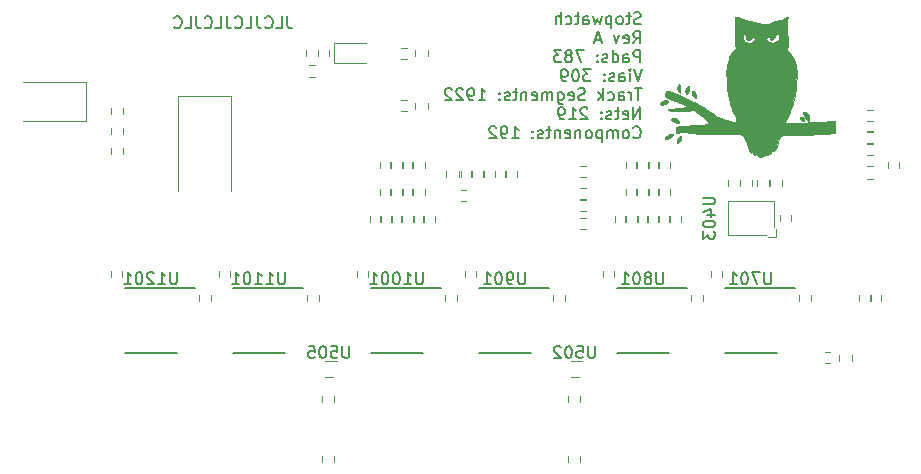
<source format=gbr>
G04 #@! TF.GenerationSoftware,KiCad,Pcbnew,7.0.9*
G04 #@! TF.CreationDate,2024-02-03T10:08:10-06:00*
G04 #@! TF.ProjectId,Stopwatch,53746f70-7761-4746-9368-2e6b69636164,rev?*
G04 #@! TF.SameCoordinates,Original*
G04 #@! TF.FileFunction,Legend,Bot*
G04 #@! TF.FilePolarity,Positive*
%FSLAX46Y46*%
G04 Gerber Fmt 4.6, Leading zero omitted, Abs format (unit mm)*
G04 Created by KiCad (PCBNEW 7.0.9) date 2024-02-03 10:08:10*
%MOMM*%
%LPD*%
G01*
G04 APERTURE LIST*
%ADD10C,0.150000*%
%ADD11C,0.120000*%
%ADD12C,0.010000*%
G04 APERTURE END LIST*
D10*
X111908648Y-83325619D02*
X111908648Y-84039904D01*
X111908648Y-84039904D02*
X111956267Y-84182761D01*
X111956267Y-84182761D02*
X112051505Y-84278000D01*
X112051505Y-84278000D02*
X112194362Y-84325619D01*
X112194362Y-84325619D02*
X112289600Y-84325619D01*
X110956267Y-84325619D02*
X111432457Y-84325619D01*
X111432457Y-84325619D02*
X111432457Y-83325619D01*
X110051505Y-84230380D02*
X110099124Y-84278000D01*
X110099124Y-84278000D02*
X110241981Y-84325619D01*
X110241981Y-84325619D02*
X110337219Y-84325619D01*
X110337219Y-84325619D02*
X110480076Y-84278000D01*
X110480076Y-84278000D02*
X110575314Y-84182761D01*
X110575314Y-84182761D02*
X110622933Y-84087523D01*
X110622933Y-84087523D02*
X110670552Y-83897047D01*
X110670552Y-83897047D02*
X110670552Y-83754190D01*
X110670552Y-83754190D02*
X110622933Y-83563714D01*
X110622933Y-83563714D02*
X110575314Y-83468476D01*
X110575314Y-83468476D02*
X110480076Y-83373238D01*
X110480076Y-83373238D02*
X110337219Y-83325619D01*
X110337219Y-83325619D02*
X110241981Y-83325619D01*
X110241981Y-83325619D02*
X110099124Y-83373238D01*
X110099124Y-83373238D02*
X110051505Y-83420857D01*
X109337219Y-83325619D02*
X109337219Y-84039904D01*
X109337219Y-84039904D02*
X109384838Y-84182761D01*
X109384838Y-84182761D02*
X109480076Y-84278000D01*
X109480076Y-84278000D02*
X109622933Y-84325619D01*
X109622933Y-84325619D02*
X109718171Y-84325619D01*
X108384838Y-84325619D02*
X108861028Y-84325619D01*
X108861028Y-84325619D02*
X108861028Y-83325619D01*
X107480076Y-84230380D02*
X107527695Y-84278000D01*
X107527695Y-84278000D02*
X107670552Y-84325619D01*
X107670552Y-84325619D02*
X107765790Y-84325619D01*
X107765790Y-84325619D02*
X107908647Y-84278000D01*
X107908647Y-84278000D02*
X108003885Y-84182761D01*
X108003885Y-84182761D02*
X108051504Y-84087523D01*
X108051504Y-84087523D02*
X108099123Y-83897047D01*
X108099123Y-83897047D02*
X108099123Y-83754190D01*
X108099123Y-83754190D02*
X108051504Y-83563714D01*
X108051504Y-83563714D02*
X108003885Y-83468476D01*
X108003885Y-83468476D02*
X107908647Y-83373238D01*
X107908647Y-83373238D02*
X107765790Y-83325619D01*
X107765790Y-83325619D02*
X107670552Y-83325619D01*
X107670552Y-83325619D02*
X107527695Y-83373238D01*
X107527695Y-83373238D02*
X107480076Y-83420857D01*
X106765790Y-83325619D02*
X106765790Y-84039904D01*
X106765790Y-84039904D02*
X106813409Y-84182761D01*
X106813409Y-84182761D02*
X106908647Y-84278000D01*
X106908647Y-84278000D02*
X107051504Y-84325619D01*
X107051504Y-84325619D02*
X107146742Y-84325619D01*
X105813409Y-84325619D02*
X106289599Y-84325619D01*
X106289599Y-84325619D02*
X106289599Y-83325619D01*
X104908647Y-84230380D02*
X104956266Y-84278000D01*
X104956266Y-84278000D02*
X105099123Y-84325619D01*
X105099123Y-84325619D02*
X105194361Y-84325619D01*
X105194361Y-84325619D02*
X105337218Y-84278000D01*
X105337218Y-84278000D02*
X105432456Y-84182761D01*
X105432456Y-84182761D02*
X105480075Y-84087523D01*
X105480075Y-84087523D02*
X105527694Y-83897047D01*
X105527694Y-83897047D02*
X105527694Y-83754190D01*
X105527694Y-83754190D02*
X105480075Y-83563714D01*
X105480075Y-83563714D02*
X105432456Y-83468476D01*
X105432456Y-83468476D02*
X105337218Y-83373238D01*
X105337218Y-83373238D02*
X105194361Y-83325619D01*
X105194361Y-83325619D02*
X105099123Y-83325619D01*
X105099123Y-83325619D02*
X104956266Y-83373238D01*
X104956266Y-83373238D02*
X104908647Y-83420857D01*
X104194361Y-83325619D02*
X104194361Y-84039904D01*
X104194361Y-84039904D02*
X104241980Y-84182761D01*
X104241980Y-84182761D02*
X104337218Y-84278000D01*
X104337218Y-84278000D02*
X104480075Y-84325619D01*
X104480075Y-84325619D02*
X104575313Y-84325619D01*
X103241980Y-84325619D02*
X103718170Y-84325619D01*
X103718170Y-84325619D02*
X103718170Y-83325619D01*
X102337218Y-84230380D02*
X102384837Y-84278000D01*
X102384837Y-84278000D02*
X102527694Y-84325619D01*
X102527694Y-84325619D02*
X102622932Y-84325619D01*
X102622932Y-84325619D02*
X102765789Y-84278000D01*
X102765789Y-84278000D02*
X102861027Y-84182761D01*
X102861027Y-84182761D02*
X102908646Y-84087523D01*
X102908646Y-84087523D02*
X102956265Y-83897047D01*
X102956265Y-83897047D02*
X102956265Y-83754190D01*
X102956265Y-83754190D02*
X102908646Y-83563714D01*
X102908646Y-83563714D02*
X102861027Y-83468476D01*
X102861027Y-83468476D02*
X102765789Y-83373238D01*
X102765789Y-83373238D02*
X102622932Y-83325619D01*
X102622932Y-83325619D02*
X102527694Y-83325619D01*
X102527694Y-83325619D02*
X102384837Y-83373238D01*
X102384837Y-83373238D02*
X102337218Y-83420857D01*
X141823839Y-83939000D02*
X141680982Y-83986619D01*
X141680982Y-83986619D02*
X141442887Y-83986619D01*
X141442887Y-83986619D02*
X141347649Y-83939000D01*
X141347649Y-83939000D02*
X141300030Y-83891380D01*
X141300030Y-83891380D02*
X141252411Y-83796142D01*
X141252411Y-83796142D02*
X141252411Y-83700904D01*
X141252411Y-83700904D02*
X141300030Y-83605666D01*
X141300030Y-83605666D02*
X141347649Y-83558047D01*
X141347649Y-83558047D02*
X141442887Y-83510428D01*
X141442887Y-83510428D02*
X141633363Y-83462809D01*
X141633363Y-83462809D02*
X141728601Y-83415190D01*
X141728601Y-83415190D02*
X141776220Y-83367571D01*
X141776220Y-83367571D02*
X141823839Y-83272333D01*
X141823839Y-83272333D02*
X141823839Y-83177095D01*
X141823839Y-83177095D02*
X141776220Y-83081857D01*
X141776220Y-83081857D02*
X141728601Y-83034238D01*
X141728601Y-83034238D02*
X141633363Y-82986619D01*
X141633363Y-82986619D02*
X141395268Y-82986619D01*
X141395268Y-82986619D02*
X141252411Y-83034238D01*
X140966696Y-83319952D02*
X140585744Y-83319952D01*
X140823839Y-82986619D02*
X140823839Y-83843761D01*
X140823839Y-83843761D02*
X140776220Y-83939000D01*
X140776220Y-83939000D02*
X140680982Y-83986619D01*
X140680982Y-83986619D02*
X140585744Y-83986619D01*
X140109553Y-83986619D02*
X140204791Y-83939000D01*
X140204791Y-83939000D02*
X140252410Y-83891380D01*
X140252410Y-83891380D02*
X140300029Y-83796142D01*
X140300029Y-83796142D02*
X140300029Y-83510428D01*
X140300029Y-83510428D02*
X140252410Y-83415190D01*
X140252410Y-83415190D02*
X140204791Y-83367571D01*
X140204791Y-83367571D02*
X140109553Y-83319952D01*
X140109553Y-83319952D02*
X139966696Y-83319952D01*
X139966696Y-83319952D02*
X139871458Y-83367571D01*
X139871458Y-83367571D02*
X139823839Y-83415190D01*
X139823839Y-83415190D02*
X139776220Y-83510428D01*
X139776220Y-83510428D02*
X139776220Y-83796142D01*
X139776220Y-83796142D02*
X139823839Y-83891380D01*
X139823839Y-83891380D02*
X139871458Y-83939000D01*
X139871458Y-83939000D02*
X139966696Y-83986619D01*
X139966696Y-83986619D02*
X140109553Y-83986619D01*
X139347648Y-83319952D02*
X139347648Y-84319952D01*
X139347648Y-83367571D02*
X139252410Y-83319952D01*
X139252410Y-83319952D02*
X139061934Y-83319952D01*
X139061934Y-83319952D02*
X138966696Y-83367571D01*
X138966696Y-83367571D02*
X138919077Y-83415190D01*
X138919077Y-83415190D02*
X138871458Y-83510428D01*
X138871458Y-83510428D02*
X138871458Y-83796142D01*
X138871458Y-83796142D02*
X138919077Y-83891380D01*
X138919077Y-83891380D02*
X138966696Y-83939000D01*
X138966696Y-83939000D02*
X139061934Y-83986619D01*
X139061934Y-83986619D02*
X139252410Y-83986619D01*
X139252410Y-83986619D02*
X139347648Y-83939000D01*
X138538124Y-83319952D02*
X138347648Y-83986619D01*
X138347648Y-83986619D02*
X138157172Y-83510428D01*
X138157172Y-83510428D02*
X137966696Y-83986619D01*
X137966696Y-83986619D02*
X137776220Y-83319952D01*
X136966696Y-83986619D02*
X136966696Y-83462809D01*
X136966696Y-83462809D02*
X137014315Y-83367571D01*
X137014315Y-83367571D02*
X137109553Y-83319952D01*
X137109553Y-83319952D02*
X137300029Y-83319952D01*
X137300029Y-83319952D02*
X137395267Y-83367571D01*
X136966696Y-83939000D02*
X137061934Y-83986619D01*
X137061934Y-83986619D02*
X137300029Y-83986619D01*
X137300029Y-83986619D02*
X137395267Y-83939000D01*
X137395267Y-83939000D02*
X137442886Y-83843761D01*
X137442886Y-83843761D02*
X137442886Y-83748523D01*
X137442886Y-83748523D02*
X137395267Y-83653285D01*
X137395267Y-83653285D02*
X137300029Y-83605666D01*
X137300029Y-83605666D02*
X137061934Y-83605666D01*
X137061934Y-83605666D02*
X136966696Y-83558047D01*
X136633362Y-83319952D02*
X136252410Y-83319952D01*
X136490505Y-82986619D02*
X136490505Y-83843761D01*
X136490505Y-83843761D02*
X136442886Y-83939000D01*
X136442886Y-83939000D02*
X136347648Y-83986619D01*
X136347648Y-83986619D02*
X136252410Y-83986619D01*
X135490505Y-83939000D02*
X135585743Y-83986619D01*
X135585743Y-83986619D02*
X135776219Y-83986619D01*
X135776219Y-83986619D02*
X135871457Y-83939000D01*
X135871457Y-83939000D02*
X135919076Y-83891380D01*
X135919076Y-83891380D02*
X135966695Y-83796142D01*
X135966695Y-83796142D02*
X135966695Y-83510428D01*
X135966695Y-83510428D02*
X135919076Y-83415190D01*
X135919076Y-83415190D02*
X135871457Y-83367571D01*
X135871457Y-83367571D02*
X135776219Y-83319952D01*
X135776219Y-83319952D02*
X135585743Y-83319952D01*
X135585743Y-83319952D02*
X135490505Y-83367571D01*
X135061933Y-83986619D02*
X135061933Y-82986619D01*
X134633362Y-83986619D02*
X134633362Y-83462809D01*
X134633362Y-83462809D02*
X134680981Y-83367571D01*
X134680981Y-83367571D02*
X134776219Y-83319952D01*
X134776219Y-83319952D02*
X134919076Y-83319952D01*
X134919076Y-83319952D02*
X135014314Y-83367571D01*
X135014314Y-83367571D02*
X135061933Y-83415190D01*
X141204792Y-85596619D02*
X141538125Y-85120428D01*
X141776220Y-85596619D02*
X141776220Y-84596619D01*
X141776220Y-84596619D02*
X141395268Y-84596619D01*
X141395268Y-84596619D02*
X141300030Y-84644238D01*
X141300030Y-84644238D02*
X141252411Y-84691857D01*
X141252411Y-84691857D02*
X141204792Y-84787095D01*
X141204792Y-84787095D02*
X141204792Y-84929952D01*
X141204792Y-84929952D02*
X141252411Y-85025190D01*
X141252411Y-85025190D02*
X141300030Y-85072809D01*
X141300030Y-85072809D02*
X141395268Y-85120428D01*
X141395268Y-85120428D02*
X141776220Y-85120428D01*
X140395268Y-85549000D02*
X140490506Y-85596619D01*
X140490506Y-85596619D02*
X140680982Y-85596619D01*
X140680982Y-85596619D02*
X140776220Y-85549000D01*
X140776220Y-85549000D02*
X140823839Y-85453761D01*
X140823839Y-85453761D02*
X140823839Y-85072809D01*
X140823839Y-85072809D02*
X140776220Y-84977571D01*
X140776220Y-84977571D02*
X140680982Y-84929952D01*
X140680982Y-84929952D02*
X140490506Y-84929952D01*
X140490506Y-84929952D02*
X140395268Y-84977571D01*
X140395268Y-84977571D02*
X140347649Y-85072809D01*
X140347649Y-85072809D02*
X140347649Y-85168047D01*
X140347649Y-85168047D02*
X140823839Y-85263285D01*
X140014315Y-84929952D02*
X139776220Y-85596619D01*
X139776220Y-85596619D02*
X139538125Y-84929952D01*
X138442886Y-85310904D02*
X137966696Y-85310904D01*
X138538124Y-85596619D02*
X138204791Y-84596619D01*
X138204791Y-84596619D02*
X137871458Y-85596619D01*
X141776220Y-87206619D02*
X141776220Y-86206619D01*
X141776220Y-86206619D02*
X141395268Y-86206619D01*
X141395268Y-86206619D02*
X141300030Y-86254238D01*
X141300030Y-86254238D02*
X141252411Y-86301857D01*
X141252411Y-86301857D02*
X141204792Y-86397095D01*
X141204792Y-86397095D02*
X141204792Y-86539952D01*
X141204792Y-86539952D02*
X141252411Y-86635190D01*
X141252411Y-86635190D02*
X141300030Y-86682809D01*
X141300030Y-86682809D02*
X141395268Y-86730428D01*
X141395268Y-86730428D02*
X141776220Y-86730428D01*
X140347649Y-87206619D02*
X140347649Y-86682809D01*
X140347649Y-86682809D02*
X140395268Y-86587571D01*
X140395268Y-86587571D02*
X140490506Y-86539952D01*
X140490506Y-86539952D02*
X140680982Y-86539952D01*
X140680982Y-86539952D02*
X140776220Y-86587571D01*
X140347649Y-87159000D02*
X140442887Y-87206619D01*
X140442887Y-87206619D02*
X140680982Y-87206619D01*
X140680982Y-87206619D02*
X140776220Y-87159000D01*
X140776220Y-87159000D02*
X140823839Y-87063761D01*
X140823839Y-87063761D02*
X140823839Y-86968523D01*
X140823839Y-86968523D02*
X140776220Y-86873285D01*
X140776220Y-86873285D02*
X140680982Y-86825666D01*
X140680982Y-86825666D02*
X140442887Y-86825666D01*
X140442887Y-86825666D02*
X140347649Y-86778047D01*
X139442887Y-87206619D02*
X139442887Y-86206619D01*
X139442887Y-87159000D02*
X139538125Y-87206619D01*
X139538125Y-87206619D02*
X139728601Y-87206619D01*
X139728601Y-87206619D02*
X139823839Y-87159000D01*
X139823839Y-87159000D02*
X139871458Y-87111380D01*
X139871458Y-87111380D02*
X139919077Y-87016142D01*
X139919077Y-87016142D02*
X139919077Y-86730428D01*
X139919077Y-86730428D02*
X139871458Y-86635190D01*
X139871458Y-86635190D02*
X139823839Y-86587571D01*
X139823839Y-86587571D02*
X139728601Y-86539952D01*
X139728601Y-86539952D02*
X139538125Y-86539952D01*
X139538125Y-86539952D02*
X139442887Y-86587571D01*
X139014315Y-87159000D02*
X138919077Y-87206619D01*
X138919077Y-87206619D02*
X138728601Y-87206619D01*
X138728601Y-87206619D02*
X138633363Y-87159000D01*
X138633363Y-87159000D02*
X138585744Y-87063761D01*
X138585744Y-87063761D02*
X138585744Y-87016142D01*
X138585744Y-87016142D02*
X138633363Y-86920904D01*
X138633363Y-86920904D02*
X138728601Y-86873285D01*
X138728601Y-86873285D02*
X138871458Y-86873285D01*
X138871458Y-86873285D02*
X138966696Y-86825666D01*
X138966696Y-86825666D02*
X139014315Y-86730428D01*
X139014315Y-86730428D02*
X139014315Y-86682809D01*
X139014315Y-86682809D02*
X138966696Y-86587571D01*
X138966696Y-86587571D02*
X138871458Y-86539952D01*
X138871458Y-86539952D02*
X138728601Y-86539952D01*
X138728601Y-86539952D02*
X138633363Y-86587571D01*
X138157172Y-87111380D02*
X138109553Y-87159000D01*
X138109553Y-87159000D02*
X138157172Y-87206619D01*
X138157172Y-87206619D02*
X138204791Y-87159000D01*
X138204791Y-87159000D02*
X138157172Y-87111380D01*
X138157172Y-87111380D02*
X138157172Y-87206619D01*
X138157172Y-86587571D02*
X138109553Y-86635190D01*
X138109553Y-86635190D02*
X138157172Y-86682809D01*
X138157172Y-86682809D02*
X138204791Y-86635190D01*
X138204791Y-86635190D02*
X138157172Y-86587571D01*
X138157172Y-86587571D02*
X138157172Y-86682809D01*
X137014315Y-86206619D02*
X136347649Y-86206619D01*
X136347649Y-86206619D02*
X136776220Y-87206619D01*
X135823839Y-86635190D02*
X135919077Y-86587571D01*
X135919077Y-86587571D02*
X135966696Y-86539952D01*
X135966696Y-86539952D02*
X136014315Y-86444714D01*
X136014315Y-86444714D02*
X136014315Y-86397095D01*
X136014315Y-86397095D02*
X135966696Y-86301857D01*
X135966696Y-86301857D02*
X135919077Y-86254238D01*
X135919077Y-86254238D02*
X135823839Y-86206619D01*
X135823839Y-86206619D02*
X135633363Y-86206619D01*
X135633363Y-86206619D02*
X135538125Y-86254238D01*
X135538125Y-86254238D02*
X135490506Y-86301857D01*
X135490506Y-86301857D02*
X135442887Y-86397095D01*
X135442887Y-86397095D02*
X135442887Y-86444714D01*
X135442887Y-86444714D02*
X135490506Y-86539952D01*
X135490506Y-86539952D02*
X135538125Y-86587571D01*
X135538125Y-86587571D02*
X135633363Y-86635190D01*
X135633363Y-86635190D02*
X135823839Y-86635190D01*
X135823839Y-86635190D02*
X135919077Y-86682809D01*
X135919077Y-86682809D02*
X135966696Y-86730428D01*
X135966696Y-86730428D02*
X136014315Y-86825666D01*
X136014315Y-86825666D02*
X136014315Y-87016142D01*
X136014315Y-87016142D02*
X135966696Y-87111380D01*
X135966696Y-87111380D02*
X135919077Y-87159000D01*
X135919077Y-87159000D02*
X135823839Y-87206619D01*
X135823839Y-87206619D02*
X135633363Y-87206619D01*
X135633363Y-87206619D02*
X135538125Y-87159000D01*
X135538125Y-87159000D02*
X135490506Y-87111380D01*
X135490506Y-87111380D02*
X135442887Y-87016142D01*
X135442887Y-87016142D02*
X135442887Y-86825666D01*
X135442887Y-86825666D02*
X135490506Y-86730428D01*
X135490506Y-86730428D02*
X135538125Y-86682809D01*
X135538125Y-86682809D02*
X135633363Y-86635190D01*
X135109553Y-86206619D02*
X134490506Y-86206619D01*
X134490506Y-86206619D02*
X134823839Y-86587571D01*
X134823839Y-86587571D02*
X134680982Y-86587571D01*
X134680982Y-86587571D02*
X134585744Y-86635190D01*
X134585744Y-86635190D02*
X134538125Y-86682809D01*
X134538125Y-86682809D02*
X134490506Y-86778047D01*
X134490506Y-86778047D02*
X134490506Y-87016142D01*
X134490506Y-87016142D02*
X134538125Y-87111380D01*
X134538125Y-87111380D02*
X134585744Y-87159000D01*
X134585744Y-87159000D02*
X134680982Y-87206619D01*
X134680982Y-87206619D02*
X134966696Y-87206619D01*
X134966696Y-87206619D02*
X135061934Y-87159000D01*
X135061934Y-87159000D02*
X135109553Y-87111380D01*
X141919077Y-87816619D02*
X141585744Y-88816619D01*
X141585744Y-88816619D02*
X141252411Y-87816619D01*
X140919077Y-88816619D02*
X140919077Y-88149952D01*
X140919077Y-87816619D02*
X140966696Y-87864238D01*
X140966696Y-87864238D02*
X140919077Y-87911857D01*
X140919077Y-87911857D02*
X140871458Y-87864238D01*
X140871458Y-87864238D02*
X140919077Y-87816619D01*
X140919077Y-87816619D02*
X140919077Y-87911857D01*
X140014316Y-88816619D02*
X140014316Y-88292809D01*
X140014316Y-88292809D02*
X140061935Y-88197571D01*
X140061935Y-88197571D02*
X140157173Y-88149952D01*
X140157173Y-88149952D02*
X140347649Y-88149952D01*
X140347649Y-88149952D02*
X140442887Y-88197571D01*
X140014316Y-88769000D02*
X140109554Y-88816619D01*
X140109554Y-88816619D02*
X140347649Y-88816619D01*
X140347649Y-88816619D02*
X140442887Y-88769000D01*
X140442887Y-88769000D02*
X140490506Y-88673761D01*
X140490506Y-88673761D02*
X140490506Y-88578523D01*
X140490506Y-88578523D02*
X140442887Y-88483285D01*
X140442887Y-88483285D02*
X140347649Y-88435666D01*
X140347649Y-88435666D02*
X140109554Y-88435666D01*
X140109554Y-88435666D02*
X140014316Y-88388047D01*
X139585744Y-88769000D02*
X139490506Y-88816619D01*
X139490506Y-88816619D02*
X139300030Y-88816619D01*
X139300030Y-88816619D02*
X139204792Y-88769000D01*
X139204792Y-88769000D02*
X139157173Y-88673761D01*
X139157173Y-88673761D02*
X139157173Y-88626142D01*
X139157173Y-88626142D02*
X139204792Y-88530904D01*
X139204792Y-88530904D02*
X139300030Y-88483285D01*
X139300030Y-88483285D02*
X139442887Y-88483285D01*
X139442887Y-88483285D02*
X139538125Y-88435666D01*
X139538125Y-88435666D02*
X139585744Y-88340428D01*
X139585744Y-88340428D02*
X139585744Y-88292809D01*
X139585744Y-88292809D02*
X139538125Y-88197571D01*
X139538125Y-88197571D02*
X139442887Y-88149952D01*
X139442887Y-88149952D02*
X139300030Y-88149952D01*
X139300030Y-88149952D02*
X139204792Y-88197571D01*
X138728601Y-88721380D02*
X138680982Y-88769000D01*
X138680982Y-88769000D02*
X138728601Y-88816619D01*
X138728601Y-88816619D02*
X138776220Y-88769000D01*
X138776220Y-88769000D02*
X138728601Y-88721380D01*
X138728601Y-88721380D02*
X138728601Y-88816619D01*
X138728601Y-88197571D02*
X138680982Y-88245190D01*
X138680982Y-88245190D02*
X138728601Y-88292809D01*
X138728601Y-88292809D02*
X138776220Y-88245190D01*
X138776220Y-88245190D02*
X138728601Y-88197571D01*
X138728601Y-88197571D02*
X138728601Y-88292809D01*
X137585744Y-87816619D02*
X136966697Y-87816619D01*
X136966697Y-87816619D02*
X137300030Y-88197571D01*
X137300030Y-88197571D02*
X137157173Y-88197571D01*
X137157173Y-88197571D02*
X137061935Y-88245190D01*
X137061935Y-88245190D02*
X137014316Y-88292809D01*
X137014316Y-88292809D02*
X136966697Y-88388047D01*
X136966697Y-88388047D02*
X136966697Y-88626142D01*
X136966697Y-88626142D02*
X137014316Y-88721380D01*
X137014316Y-88721380D02*
X137061935Y-88769000D01*
X137061935Y-88769000D02*
X137157173Y-88816619D01*
X137157173Y-88816619D02*
X137442887Y-88816619D01*
X137442887Y-88816619D02*
X137538125Y-88769000D01*
X137538125Y-88769000D02*
X137585744Y-88721380D01*
X136347649Y-87816619D02*
X136252411Y-87816619D01*
X136252411Y-87816619D02*
X136157173Y-87864238D01*
X136157173Y-87864238D02*
X136109554Y-87911857D01*
X136109554Y-87911857D02*
X136061935Y-88007095D01*
X136061935Y-88007095D02*
X136014316Y-88197571D01*
X136014316Y-88197571D02*
X136014316Y-88435666D01*
X136014316Y-88435666D02*
X136061935Y-88626142D01*
X136061935Y-88626142D02*
X136109554Y-88721380D01*
X136109554Y-88721380D02*
X136157173Y-88769000D01*
X136157173Y-88769000D02*
X136252411Y-88816619D01*
X136252411Y-88816619D02*
X136347649Y-88816619D01*
X136347649Y-88816619D02*
X136442887Y-88769000D01*
X136442887Y-88769000D02*
X136490506Y-88721380D01*
X136490506Y-88721380D02*
X136538125Y-88626142D01*
X136538125Y-88626142D02*
X136585744Y-88435666D01*
X136585744Y-88435666D02*
X136585744Y-88197571D01*
X136585744Y-88197571D02*
X136538125Y-88007095D01*
X136538125Y-88007095D02*
X136490506Y-87911857D01*
X136490506Y-87911857D02*
X136442887Y-87864238D01*
X136442887Y-87864238D02*
X136347649Y-87816619D01*
X135538125Y-88816619D02*
X135347649Y-88816619D01*
X135347649Y-88816619D02*
X135252411Y-88769000D01*
X135252411Y-88769000D02*
X135204792Y-88721380D01*
X135204792Y-88721380D02*
X135109554Y-88578523D01*
X135109554Y-88578523D02*
X135061935Y-88388047D01*
X135061935Y-88388047D02*
X135061935Y-88007095D01*
X135061935Y-88007095D02*
X135109554Y-87911857D01*
X135109554Y-87911857D02*
X135157173Y-87864238D01*
X135157173Y-87864238D02*
X135252411Y-87816619D01*
X135252411Y-87816619D02*
X135442887Y-87816619D01*
X135442887Y-87816619D02*
X135538125Y-87864238D01*
X135538125Y-87864238D02*
X135585744Y-87911857D01*
X135585744Y-87911857D02*
X135633363Y-88007095D01*
X135633363Y-88007095D02*
X135633363Y-88245190D01*
X135633363Y-88245190D02*
X135585744Y-88340428D01*
X135585744Y-88340428D02*
X135538125Y-88388047D01*
X135538125Y-88388047D02*
X135442887Y-88435666D01*
X135442887Y-88435666D02*
X135252411Y-88435666D01*
X135252411Y-88435666D02*
X135157173Y-88388047D01*
X135157173Y-88388047D02*
X135109554Y-88340428D01*
X135109554Y-88340428D02*
X135061935Y-88245190D01*
X141919077Y-89426619D02*
X141347649Y-89426619D01*
X141633363Y-90426619D02*
X141633363Y-89426619D01*
X141014315Y-90426619D02*
X141014315Y-89759952D01*
X141014315Y-89950428D02*
X140966696Y-89855190D01*
X140966696Y-89855190D02*
X140919077Y-89807571D01*
X140919077Y-89807571D02*
X140823839Y-89759952D01*
X140823839Y-89759952D02*
X140728601Y-89759952D01*
X139966696Y-90426619D02*
X139966696Y-89902809D01*
X139966696Y-89902809D02*
X140014315Y-89807571D01*
X140014315Y-89807571D02*
X140109553Y-89759952D01*
X140109553Y-89759952D02*
X140300029Y-89759952D01*
X140300029Y-89759952D02*
X140395267Y-89807571D01*
X139966696Y-90379000D02*
X140061934Y-90426619D01*
X140061934Y-90426619D02*
X140300029Y-90426619D01*
X140300029Y-90426619D02*
X140395267Y-90379000D01*
X140395267Y-90379000D02*
X140442886Y-90283761D01*
X140442886Y-90283761D02*
X140442886Y-90188523D01*
X140442886Y-90188523D02*
X140395267Y-90093285D01*
X140395267Y-90093285D02*
X140300029Y-90045666D01*
X140300029Y-90045666D02*
X140061934Y-90045666D01*
X140061934Y-90045666D02*
X139966696Y-89998047D01*
X139061934Y-90379000D02*
X139157172Y-90426619D01*
X139157172Y-90426619D02*
X139347648Y-90426619D01*
X139347648Y-90426619D02*
X139442886Y-90379000D01*
X139442886Y-90379000D02*
X139490505Y-90331380D01*
X139490505Y-90331380D02*
X139538124Y-90236142D01*
X139538124Y-90236142D02*
X139538124Y-89950428D01*
X139538124Y-89950428D02*
X139490505Y-89855190D01*
X139490505Y-89855190D02*
X139442886Y-89807571D01*
X139442886Y-89807571D02*
X139347648Y-89759952D01*
X139347648Y-89759952D02*
X139157172Y-89759952D01*
X139157172Y-89759952D02*
X139061934Y-89807571D01*
X138633362Y-90426619D02*
X138633362Y-89426619D01*
X138538124Y-90045666D02*
X138252410Y-90426619D01*
X138252410Y-89759952D02*
X138633362Y-90140904D01*
X137109552Y-90379000D02*
X136966695Y-90426619D01*
X136966695Y-90426619D02*
X136728600Y-90426619D01*
X136728600Y-90426619D02*
X136633362Y-90379000D01*
X136633362Y-90379000D02*
X136585743Y-90331380D01*
X136585743Y-90331380D02*
X136538124Y-90236142D01*
X136538124Y-90236142D02*
X136538124Y-90140904D01*
X136538124Y-90140904D02*
X136585743Y-90045666D01*
X136585743Y-90045666D02*
X136633362Y-89998047D01*
X136633362Y-89998047D02*
X136728600Y-89950428D01*
X136728600Y-89950428D02*
X136919076Y-89902809D01*
X136919076Y-89902809D02*
X137014314Y-89855190D01*
X137014314Y-89855190D02*
X137061933Y-89807571D01*
X137061933Y-89807571D02*
X137109552Y-89712333D01*
X137109552Y-89712333D02*
X137109552Y-89617095D01*
X137109552Y-89617095D02*
X137061933Y-89521857D01*
X137061933Y-89521857D02*
X137014314Y-89474238D01*
X137014314Y-89474238D02*
X136919076Y-89426619D01*
X136919076Y-89426619D02*
X136680981Y-89426619D01*
X136680981Y-89426619D02*
X136538124Y-89474238D01*
X135728600Y-90379000D02*
X135823838Y-90426619D01*
X135823838Y-90426619D02*
X136014314Y-90426619D01*
X136014314Y-90426619D02*
X136109552Y-90379000D01*
X136109552Y-90379000D02*
X136157171Y-90283761D01*
X136157171Y-90283761D02*
X136157171Y-89902809D01*
X136157171Y-89902809D02*
X136109552Y-89807571D01*
X136109552Y-89807571D02*
X136014314Y-89759952D01*
X136014314Y-89759952D02*
X135823838Y-89759952D01*
X135823838Y-89759952D02*
X135728600Y-89807571D01*
X135728600Y-89807571D02*
X135680981Y-89902809D01*
X135680981Y-89902809D02*
X135680981Y-89998047D01*
X135680981Y-89998047D02*
X136157171Y-90093285D01*
X134823838Y-89759952D02*
X134823838Y-90569476D01*
X134823838Y-90569476D02*
X134871457Y-90664714D01*
X134871457Y-90664714D02*
X134919076Y-90712333D01*
X134919076Y-90712333D02*
X135014314Y-90759952D01*
X135014314Y-90759952D02*
X135157171Y-90759952D01*
X135157171Y-90759952D02*
X135252409Y-90712333D01*
X134823838Y-90379000D02*
X134919076Y-90426619D01*
X134919076Y-90426619D02*
X135109552Y-90426619D01*
X135109552Y-90426619D02*
X135204790Y-90379000D01*
X135204790Y-90379000D02*
X135252409Y-90331380D01*
X135252409Y-90331380D02*
X135300028Y-90236142D01*
X135300028Y-90236142D02*
X135300028Y-89950428D01*
X135300028Y-89950428D02*
X135252409Y-89855190D01*
X135252409Y-89855190D02*
X135204790Y-89807571D01*
X135204790Y-89807571D02*
X135109552Y-89759952D01*
X135109552Y-89759952D02*
X134919076Y-89759952D01*
X134919076Y-89759952D02*
X134823838Y-89807571D01*
X134347647Y-90426619D02*
X134347647Y-89759952D01*
X134347647Y-89855190D02*
X134300028Y-89807571D01*
X134300028Y-89807571D02*
X134204790Y-89759952D01*
X134204790Y-89759952D02*
X134061933Y-89759952D01*
X134061933Y-89759952D02*
X133966695Y-89807571D01*
X133966695Y-89807571D02*
X133919076Y-89902809D01*
X133919076Y-89902809D02*
X133919076Y-90426619D01*
X133919076Y-89902809D02*
X133871457Y-89807571D01*
X133871457Y-89807571D02*
X133776219Y-89759952D01*
X133776219Y-89759952D02*
X133633362Y-89759952D01*
X133633362Y-89759952D02*
X133538123Y-89807571D01*
X133538123Y-89807571D02*
X133490504Y-89902809D01*
X133490504Y-89902809D02*
X133490504Y-90426619D01*
X132633362Y-90379000D02*
X132728600Y-90426619D01*
X132728600Y-90426619D02*
X132919076Y-90426619D01*
X132919076Y-90426619D02*
X133014314Y-90379000D01*
X133014314Y-90379000D02*
X133061933Y-90283761D01*
X133061933Y-90283761D02*
X133061933Y-89902809D01*
X133061933Y-89902809D02*
X133014314Y-89807571D01*
X133014314Y-89807571D02*
X132919076Y-89759952D01*
X132919076Y-89759952D02*
X132728600Y-89759952D01*
X132728600Y-89759952D02*
X132633362Y-89807571D01*
X132633362Y-89807571D02*
X132585743Y-89902809D01*
X132585743Y-89902809D02*
X132585743Y-89998047D01*
X132585743Y-89998047D02*
X133061933Y-90093285D01*
X132157171Y-89759952D02*
X132157171Y-90426619D01*
X132157171Y-89855190D02*
X132109552Y-89807571D01*
X132109552Y-89807571D02*
X132014314Y-89759952D01*
X132014314Y-89759952D02*
X131871457Y-89759952D01*
X131871457Y-89759952D02*
X131776219Y-89807571D01*
X131776219Y-89807571D02*
X131728600Y-89902809D01*
X131728600Y-89902809D02*
X131728600Y-90426619D01*
X131395266Y-89759952D02*
X131014314Y-89759952D01*
X131252409Y-89426619D02*
X131252409Y-90283761D01*
X131252409Y-90283761D02*
X131204790Y-90379000D01*
X131204790Y-90379000D02*
X131109552Y-90426619D01*
X131109552Y-90426619D02*
X131014314Y-90426619D01*
X130728599Y-90379000D02*
X130633361Y-90426619D01*
X130633361Y-90426619D02*
X130442885Y-90426619D01*
X130442885Y-90426619D02*
X130347647Y-90379000D01*
X130347647Y-90379000D02*
X130300028Y-90283761D01*
X130300028Y-90283761D02*
X130300028Y-90236142D01*
X130300028Y-90236142D02*
X130347647Y-90140904D01*
X130347647Y-90140904D02*
X130442885Y-90093285D01*
X130442885Y-90093285D02*
X130585742Y-90093285D01*
X130585742Y-90093285D02*
X130680980Y-90045666D01*
X130680980Y-90045666D02*
X130728599Y-89950428D01*
X130728599Y-89950428D02*
X130728599Y-89902809D01*
X130728599Y-89902809D02*
X130680980Y-89807571D01*
X130680980Y-89807571D02*
X130585742Y-89759952D01*
X130585742Y-89759952D02*
X130442885Y-89759952D01*
X130442885Y-89759952D02*
X130347647Y-89807571D01*
X129871456Y-90331380D02*
X129823837Y-90379000D01*
X129823837Y-90379000D02*
X129871456Y-90426619D01*
X129871456Y-90426619D02*
X129919075Y-90379000D01*
X129919075Y-90379000D02*
X129871456Y-90331380D01*
X129871456Y-90331380D02*
X129871456Y-90426619D01*
X129871456Y-89807571D02*
X129823837Y-89855190D01*
X129823837Y-89855190D02*
X129871456Y-89902809D01*
X129871456Y-89902809D02*
X129919075Y-89855190D01*
X129919075Y-89855190D02*
X129871456Y-89807571D01*
X129871456Y-89807571D02*
X129871456Y-89902809D01*
X128109552Y-90426619D02*
X128680980Y-90426619D01*
X128395266Y-90426619D02*
X128395266Y-89426619D01*
X128395266Y-89426619D02*
X128490504Y-89569476D01*
X128490504Y-89569476D02*
X128585742Y-89664714D01*
X128585742Y-89664714D02*
X128680980Y-89712333D01*
X127633361Y-90426619D02*
X127442885Y-90426619D01*
X127442885Y-90426619D02*
X127347647Y-90379000D01*
X127347647Y-90379000D02*
X127300028Y-90331380D01*
X127300028Y-90331380D02*
X127204790Y-90188523D01*
X127204790Y-90188523D02*
X127157171Y-89998047D01*
X127157171Y-89998047D02*
X127157171Y-89617095D01*
X127157171Y-89617095D02*
X127204790Y-89521857D01*
X127204790Y-89521857D02*
X127252409Y-89474238D01*
X127252409Y-89474238D02*
X127347647Y-89426619D01*
X127347647Y-89426619D02*
X127538123Y-89426619D01*
X127538123Y-89426619D02*
X127633361Y-89474238D01*
X127633361Y-89474238D02*
X127680980Y-89521857D01*
X127680980Y-89521857D02*
X127728599Y-89617095D01*
X127728599Y-89617095D02*
X127728599Y-89855190D01*
X127728599Y-89855190D02*
X127680980Y-89950428D01*
X127680980Y-89950428D02*
X127633361Y-89998047D01*
X127633361Y-89998047D02*
X127538123Y-90045666D01*
X127538123Y-90045666D02*
X127347647Y-90045666D01*
X127347647Y-90045666D02*
X127252409Y-89998047D01*
X127252409Y-89998047D02*
X127204790Y-89950428D01*
X127204790Y-89950428D02*
X127157171Y-89855190D01*
X126776218Y-89521857D02*
X126728599Y-89474238D01*
X126728599Y-89474238D02*
X126633361Y-89426619D01*
X126633361Y-89426619D02*
X126395266Y-89426619D01*
X126395266Y-89426619D02*
X126300028Y-89474238D01*
X126300028Y-89474238D02*
X126252409Y-89521857D01*
X126252409Y-89521857D02*
X126204790Y-89617095D01*
X126204790Y-89617095D02*
X126204790Y-89712333D01*
X126204790Y-89712333D02*
X126252409Y-89855190D01*
X126252409Y-89855190D02*
X126823837Y-90426619D01*
X126823837Y-90426619D02*
X126204790Y-90426619D01*
X125823837Y-89521857D02*
X125776218Y-89474238D01*
X125776218Y-89474238D02*
X125680980Y-89426619D01*
X125680980Y-89426619D02*
X125442885Y-89426619D01*
X125442885Y-89426619D02*
X125347647Y-89474238D01*
X125347647Y-89474238D02*
X125300028Y-89521857D01*
X125300028Y-89521857D02*
X125252409Y-89617095D01*
X125252409Y-89617095D02*
X125252409Y-89712333D01*
X125252409Y-89712333D02*
X125300028Y-89855190D01*
X125300028Y-89855190D02*
X125871456Y-90426619D01*
X125871456Y-90426619D02*
X125252409Y-90426619D01*
X141776220Y-92036619D02*
X141776220Y-91036619D01*
X141776220Y-91036619D02*
X141204792Y-92036619D01*
X141204792Y-92036619D02*
X141204792Y-91036619D01*
X140347649Y-91989000D02*
X140442887Y-92036619D01*
X140442887Y-92036619D02*
X140633363Y-92036619D01*
X140633363Y-92036619D02*
X140728601Y-91989000D01*
X140728601Y-91989000D02*
X140776220Y-91893761D01*
X140776220Y-91893761D02*
X140776220Y-91512809D01*
X140776220Y-91512809D02*
X140728601Y-91417571D01*
X140728601Y-91417571D02*
X140633363Y-91369952D01*
X140633363Y-91369952D02*
X140442887Y-91369952D01*
X140442887Y-91369952D02*
X140347649Y-91417571D01*
X140347649Y-91417571D02*
X140300030Y-91512809D01*
X140300030Y-91512809D02*
X140300030Y-91608047D01*
X140300030Y-91608047D02*
X140776220Y-91703285D01*
X140014315Y-91369952D02*
X139633363Y-91369952D01*
X139871458Y-91036619D02*
X139871458Y-91893761D01*
X139871458Y-91893761D02*
X139823839Y-91989000D01*
X139823839Y-91989000D02*
X139728601Y-92036619D01*
X139728601Y-92036619D02*
X139633363Y-92036619D01*
X139347648Y-91989000D02*
X139252410Y-92036619D01*
X139252410Y-92036619D02*
X139061934Y-92036619D01*
X139061934Y-92036619D02*
X138966696Y-91989000D01*
X138966696Y-91989000D02*
X138919077Y-91893761D01*
X138919077Y-91893761D02*
X138919077Y-91846142D01*
X138919077Y-91846142D02*
X138966696Y-91750904D01*
X138966696Y-91750904D02*
X139061934Y-91703285D01*
X139061934Y-91703285D02*
X139204791Y-91703285D01*
X139204791Y-91703285D02*
X139300029Y-91655666D01*
X139300029Y-91655666D02*
X139347648Y-91560428D01*
X139347648Y-91560428D02*
X139347648Y-91512809D01*
X139347648Y-91512809D02*
X139300029Y-91417571D01*
X139300029Y-91417571D02*
X139204791Y-91369952D01*
X139204791Y-91369952D02*
X139061934Y-91369952D01*
X139061934Y-91369952D02*
X138966696Y-91417571D01*
X138490505Y-91941380D02*
X138442886Y-91989000D01*
X138442886Y-91989000D02*
X138490505Y-92036619D01*
X138490505Y-92036619D02*
X138538124Y-91989000D01*
X138538124Y-91989000D02*
X138490505Y-91941380D01*
X138490505Y-91941380D02*
X138490505Y-92036619D01*
X138490505Y-91417571D02*
X138442886Y-91465190D01*
X138442886Y-91465190D02*
X138490505Y-91512809D01*
X138490505Y-91512809D02*
X138538124Y-91465190D01*
X138538124Y-91465190D02*
X138490505Y-91417571D01*
X138490505Y-91417571D02*
X138490505Y-91512809D01*
X137300029Y-91131857D02*
X137252410Y-91084238D01*
X137252410Y-91084238D02*
X137157172Y-91036619D01*
X137157172Y-91036619D02*
X136919077Y-91036619D01*
X136919077Y-91036619D02*
X136823839Y-91084238D01*
X136823839Y-91084238D02*
X136776220Y-91131857D01*
X136776220Y-91131857D02*
X136728601Y-91227095D01*
X136728601Y-91227095D02*
X136728601Y-91322333D01*
X136728601Y-91322333D02*
X136776220Y-91465190D01*
X136776220Y-91465190D02*
X137347648Y-92036619D01*
X137347648Y-92036619D02*
X136728601Y-92036619D01*
X135776220Y-92036619D02*
X136347648Y-92036619D01*
X136061934Y-92036619D02*
X136061934Y-91036619D01*
X136061934Y-91036619D02*
X136157172Y-91179476D01*
X136157172Y-91179476D02*
X136252410Y-91274714D01*
X136252410Y-91274714D02*
X136347648Y-91322333D01*
X135300029Y-92036619D02*
X135109553Y-92036619D01*
X135109553Y-92036619D02*
X135014315Y-91989000D01*
X135014315Y-91989000D02*
X134966696Y-91941380D01*
X134966696Y-91941380D02*
X134871458Y-91798523D01*
X134871458Y-91798523D02*
X134823839Y-91608047D01*
X134823839Y-91608047D02*
X134823839Y-91227095D01*
X134823839Y-91227095D02*
X134871458Y-91131857D01*
X134871458Y-91131857D02*
X134919077Y-91084238D01*
X134919077Y-91084238D02*
X135014315Y-91036619D01*
X135014315Y-91036619D02*
X135204791Y-91036619D01*
X135204791Y-91036619D02*
X135300029Y-91084238D01*
X135300029Y-91084238D02*
X135347648Y-91131857D01*
X135347648Y-91131857D02*
X135395267Y-91227095D01*
X135395267Y-91227095D02*
X135395267Y-91465190D01*
X135395267Y-91465190D02*
X135347648Y-91560428D01*
X135347648Y-91560428D02*
X135300029Y-91608047D01*
X135300029Y-91608047D02*
X135204791Y-91655666D01*
X135204791Y-91655666D02*
X135014315Y-91655666D01*
X135014315Y-91655666D02*
X134919077Y-91608047D01*
X134919077Y-91608047D02*
X134871458Y-91560428D01*
X134871458Y-91560428D02*
X134823839Y-91465190D01*
X141204792Y-93551380D02*
X141252411Y-93599000D01*
X141252411Y-93599000D02*
X141395268Y-93646619D01*
X141395268Y-93646619D02*
X141490506Y-93646619D01*
X141490506Y-93646619D02*
X141633363Y-93599000D01*
X141633363Y-93599000D02*
X141728601Y-93503761D01*
X141728601Y-93503761D02*
X141776220Y-93408523D01*
X141776220Y-93408523D02*
X141823839Y-93218047D01*
X141823839Y-93218047D02*
X141823839Y-93075190D01*
X141823839Y-93075190D02*
X141776220Y-92884714D01*
X141776220Y-92884714D02*
X141728601Y-92789476D01*
X141728601Y-92789476D02*
X141633363Y-92694238D01*
X141633363Y-92694238D02*
X141490506Y-92646619D01*
X141490506Y-92646619D02*
X141395268Y-92646619D01*
X141395268Y-92646619D02*
X141252411Y-92694238D01*
X141252411Y-92694238D02*
X141204792Y-92741857D01*
X140633363Y-93646619D02*
X140728601Y-93599000D01*
X140728601Y-93599000D02*
X140776220Y-93551380D01*
X140776220Y-93551380D02*
X140823839Y-93456142D01*
X140823839Y-93456142D02*
X140823839Y-93170428D01*
X140823839Y-93170428D02*
X140776220Y-93075190D01*
X140776220Y-93075190D02*
X140728601Y-93027571D01*
X140728601Y-93027571D02*
X140633363Y-92979952D01*
X140633363Y-92979952D02*
X140490506Y-92979952D01*
X140490506Y-92979952D02*
X140395268Y-93027571D01*
X140395268Y-93027571D02*
X140347649Y-93075190D01*
X140347649Y-93075190D02*
X140300030Y-93170428D01*
X140300030Y-93170428D02*
X140300030Y-93456142D01*
X140300030Y-93456142D02*
X140347649Y-93551380D01*
X140347649Y-93551380D02*
X140395268Y-93599000D01*
X140395268Y-93599000D02*
X140490506Y-93646619D01*
X140490506Y-93646619D02*
X140633363Y-93646619D01*
X139871458Y-93646619D02*
X139871458Y-92979952D01*
X139871458Y-93075190D02*
X139823839Y-93027571D01*
X139823839Y-93027571D02*
X139728601Y-92979952D01*
X139728601Y-92979952D02*
X139585744Y-92979952D01*
X139585744Y-92979952D02*
X139490506Y-93027571D01*
X139490506Y-93027571D02*
X139442887Y-93122809D01*
X139442887Y-93122809D02*
X139442887Y-93646619D01*
X139442887Y-93122809D02*
X139395268Y-93027571D01*
X139395268Y-93027571D02*
X139300030Y-92979952D01*
X139300030Y-92979952D02*
X139157173Y-92979952D01*
X139157173Y-92979952D02*
X139061934Y-93027571D01*
X139061934Y-93027571D02*
X139014315Y-93122809D01*
X139014315Y-93122809D02*
X139014315Y-93646619D01*
X138538125Y-92979952D02*
X138538125Y-93979952D01*
X138538125Y-93027571D02*
X138442887Y-92979952D01*
X138442887Y-92979952D02*
X138252411Y-92979952D01*
X138252411Y-92979952D02*
X138157173Y-93027571D01*
X138157173Y-93027571D02*
X138109554Y-93075190D01*
X138109554Y-93075190D02*
X138061935Y-93170428D01*
X138061935Y-93170428D02*
X138061935Y-93456142D01*
X138061935Y-93456142D02*
X138109554Y-93551380D01*
X138109554Y-93551380D02*
X138157173Y-93599000D01*
X138157173Y-93599000D02*
X138252411Y-93646619D01*
X138252411Y-93646619D02*
X138442887Y-93646619D01*
X138442887Y-93646619D02*
X138538125Y-93599000D01*
X137490506Y-93646619D02*
X137585744Y-93599000D01*
X137585744Y-93599000D02*
X137633363Y-93551380D01*
X137633363Y-93551380D02*
X137680982Y-93456142D01*
X137680982Y-93456142D02*
X137680982Y-93170428D01*
X137680982Y-93170428D02*
X137633363Y-93075190D01*
X137633363Y-93075190D02*
X137585744Y-93027571D01*
X137585744Y-93027571D02*
X137490506Y-92979952D01*
X137490506Y-92979952D02*
X137347649Y-92979952D01*
X137347649Y-92979952D02*
X137252411Y-93027571D01*
X137252411Y-93027571D02*
X137204792Y-93075190D01*
X137204792Y-93075190D02*
X137157173Y-93170428D01*
X137157173Y-93170428D02*
X137157173Y-93456142D01*
X137157173Y-93456142D02*
X137204792Y-93551380D01*
X137204792Y-93551380D02*
X137252411Y-93599000D01*
X137252411Y-93599000D02*
X137347649Y-93646619D01*
X137347649Y-93646619D02*
X137490506Y-93646619D01*
X136728601Y-92979952D02*
X136728601Y-93646619D01*
X136728601Y-93075190D02*
X136680982Y-93027571D01*
X136680982Y-93027571D02*
X136585744Y-92979952D01*
X136585744Y-92979952D02*
X136442887Y-92979952D01*
X136442887Y-92979952D02*
X136347649Y-93027571D01*
X136347649Y-93027571D02*
X136300030Y-93122809D01*
X136300030Y-93122809D02*
X136300030Y-93646619D01*
X135442887Y-93599000D02*
X135538125Y-93646619D01*
X135538125Y-93646619D02*
X135728601Y-93646619D01*
X135728601Y-93646619D02*
X135823839Y-93599000D01*
X135823839Y-93599000D02*
X135871458Y-93503761D01*
X135871458Y-93503761D02*
X135871458Y-93122809D01*
X135871458Y-93122809D02*
X135823839Y-93027571D01*
X135823839Y-93027571D02*
X135728601Y-92979952D01*
X135728601Y-92979952D02*
X135538125Y-92979952D01*
X135538125Y-92979952D02*
X135442887Y-93027571D01*
X135442887Y-93027571D02*
X135395268Y-93122809D01*
X135395268Y-93122809D02*
X135395268Y-93218047D01*
X135395268Y-93218047D02*
X135871458Y-93313285D01*
X134966696Y-92979952D02*
X134966696Y-93646619D01*
X134966696Y-93075190D02*
X134919077Y-93027571D01*
X134919077Y-93027571D02*
X134823839Y-92979952D01*
X134823839Y-92979952D02*
X134680982Y-92979952D01*
X134680982Y-92979952D02*
X134585744Y-93027571D01*
X134585744Y-93027571D02*
X134538125Y-93122809D01*
X134538125Y-93122809D02*
X134538125Y-93646619D01*
X134204791Y-92979952D02*
X133823839Y-92979952D01*
X134061934Y-92646619D02*
X134061934Y-93503761D01*
X134061934Y-93503761D02*
X134014315Y-93599000D01*
X134014315Y-93599000D02*
X133919077Y-93646619D01*
X133919077Y-93646619D02*
X133823839Y-93646619D01*
X133538124Y-93599000D02*
X133442886Y-93646619D01*
X133442886Y-93646619D02*
X133252410Y-93646619D01*
X133252410Y-93646619D02*
X133157172Y-93599000D01*
X133157172Y-93599000D02*
X133109553Y-93503761D01*
X133109553Y-93503761D02*
X133109553Y-93456142D01*
X133109553Y-93456142D02*
X133157172Y-93360904D01*
X133157172Y-93360904D02*
X133252410Y-93313285D01*
X133252410Y-93313285D02*
X133395267Y-93313285D01*
X133395267Y-93313285D02*
X133490505Y-93265666D01*
X133490505Y-93265666D02*
X133538124Y-93170428D01*
X133538124Y-93170428D02*
X133538124Y-93122809D01*
X133538124Y-93122809D02*
X133490505Y-93027571D01*
X133490505Y-93027571D02*
X133395267Y-92979952D01*
X133395267Y-92979952D02*
X133252410Y-92979952D01*
X133252410Y-92979952D02*
X133157172Y-93027571D01*
X132680981Y-93551380D02*
X132633362Y-93599000D01*
X132633362Y-93599000D02*
X132680981Y-93646619D01*
X132680981Y-93646619D02*
X132728600Y-93599000D01*
X132728600Y-93599000D02*
X132680981Y-93551380D01*
X132680981Y-93551380D02*
X132680981Y-93646619D01*
X132680981Y-93027571D02*
X132633362Y-93075190D01*
X132633362Y-93075190D02*
X132680981Y-93122809D01*
X132680981Y-93122809D02*
X132728600Y-93075190D01*
X132728600Y-93075190D02*
X132680981Y-93027571D01*
X132680981Y-93027571D02*
X132680981Y-93122809D01*
X130919077Y-93646619D02*
X131490505Y-93646619D01*
X131204791Y-93646619D02*
X131204791Y-92646619D01*
X131204791Y-92646619D02*
X131300029Y-92789476D01*
X131300029Y-92789476D02*
X131395267Y-92884714D01*
X131395267Y-92884714D02*
X131490505Y-92932333D01*
X130442886Y-93646619D02*
X130252410Y-93646619D01*
X130252410Y-93646619D02*
X130157172Y-93599000D01*
X130157172Y-93599000D02*
X130109553Y-93551380D01*
X130109553Y-93551380D02*
X130014315Y-93408523D01*
X130014315Y-93408523D02*
X129966696Y-93218047D01*
X129966696Y-93218047D02*
X129966696Y-92837095D01*
X129966696Y-92837095D02*
X130014315Y-92741857D01*
X130014315Y-92741857D02*
X130061934Y-92694238D01*
X130061934Y-92694238D02*
X130157172Y-92646619D01*
X130157172Y-92646619D02*
X130347648Y-92646619D01*
X130347648Y-92646619D02*
X130442886Y-92694238D01*
X130442886Y-92694238D02*
X130490505Y-92741857D01*
X130490505Y-92741857D02*
X130538124Y-92837095D01*
X130538124Y-92837095D02*
X130538124Y-93075190D01*
X130538124Y-93075190D02*
X130490505Y-93170428D01*
X130490505Y-93170428D02*
X130442886Y-93218047D01*
X130442886Y-93218047D02*
X130347648Y-93265666D01*
X130347648Y-93265666D02*
X130157172Y-93265666D01*
X130157172Y-93265666D02*
X130061934Y-93218047D01*
X130061934Y-93218047D02*
X130014315Y-93170428D01*
X130014315Y-93170428D02*
X129966696Y-93075190D01*
X129585743Y-92741857D02*
X129538124Y-92694238D01*
X129538124Y-92694238D02*
X129442886Y-92646619D01*
X129442886Y-92646619D02*
X129204791Y-92646619D01*
X129204791Y-92646619D02*
X129109553Y-92694238D01*
X129109553Y-92694238D02*
X129061934Y-92741857D01*
X129061934Y-92741857D02*
X129014315Y-92837095D01*
X129014315Y-92837095D02*
X129014315Y-92932333D01*
X129014315Y-92932333D02*
X129061934Y-93075190D01*
X129061934Y-93075190D02*
X129633362Y-93646619D01*
X129633362Y-93646619D02*
X129014315Y-93646619D01*
X137958785Y-111238019D02*
X137958785Y-112047542D01*
X137958785Y-112047542D02*
X137911166Y-112142780D01*
X137911166Y-112142780D02*
X137863547Y-112190400D01*
X137863547Y-112190400D02*
X137768309Y-112238019D01*
X137768309Y-112238019D02*
X137577833Y-112238019D01*
X137577833Y-112238019D02*
X137482595Y-112190400D01*
X137482595Y-112190400D02*
X137434976Y-112142780D01*
X137434976Y-112142780D02*
X137387357Y-112047542D01*
X137387357Y-112047542D02*
X137387357Y-111238019D01*
X136434976Y-111238019D02*
X136911166Y-111238019D01*
X136911166Y-111238019D02*
X136958785Y-111714209D01*
X136958785Y-111714209D02*
X136911166Y-111666590D01*
X136911166Y-111666590D02*
X136815928Y-111618971D01*
X136815928Y-111618971D02*
X136577833Y-111618971D01*
X136577833Y-111618971D02*
X136482595Y-111666590D01*
X136482595Y-111666590D02*
X136434976Y-111714209D01*
X136434976Y-111714209D02*
X136387357Y-111809447D01*
X136387357Y-111809447D02*
X136387357Y-112047542D01*
X136387357Y-112047542D02*
X136434976Y-112142780D01*
X136434976Y-112142780D02*
X136482595Y-112190400D01*
X136482595Y-112190400D02*
X136577833Y-112238019D01*
X136577833Y-112238019D02*
X136815928Y-112238019D01*
X136815928Y-112238019D02*
X136911166Y-112190400D01*
X136911166Y-112190400D02*
X136958785Y-112142780D01*
X135768309Y-111238019D02*
X135673071Y-111238019D01*
X135673071Y-111238019D02*
X135577833Y-111285638D01*
X135577833Y-111285638D02*
X135530214Y-111333257D01*
X135530214Y-111333257D02*
X135482595Y-111428495D01*
X135482595Y-111428495D02*
X135434976Y-111618971D01*
X135434976Y-111618971D02*
X135434976Y-111857066D01*
X135434976Y-111857066D02*
X135482595Y-112047542D01*
X135482595Y-112047542D02*
X135530214Y-112142780D01*
X135530214Y-112142780D02*
X135577833Y-112190400D01*
X135577833Y-112190400D02*
X135673071Y-112238019D01*
X135673071Y-112238019D02*
X135768309Y-112238019D01*
X135768309Y-112238019D02*
X135863547Y-112190400D01*
X135863547Y-112190400D02*
X135911166Y-112142780D01*
X135911166Y-112142780D02*
X135958785Y-112047542D01*
X135958785Y-112047542D02*
X136006404Y-111857066D01*
X136006404Y-111857066D02*
X136006404Y-111618971D01*
X136006404Y-111618971D02*
X135958785Y-111428495D01*
X135958785Y-111428495D02*
X135911166Y-111333257D01*
X135911166Y-111333257D02*
X135863547Y-111285638D01*
X135863547Y-111285638D02*
X135768309Y-111238019D01*
X135054023Y-111333257D02*
X135006404Y-111285638D01*
X135006404Y-111285638D02*
X134911166Y-111238019D01*
X134911166Y-111238019D02*
X134673071Y-111238019D01*
X134673071Y-111238019D02*
X134577833Y-111285638D01*
X134577833Y-111285638D02*
X134530214Y-111333257D01*
X134530214Y-111333257D02*
X134482595Y-111428495D01*
X134482595Y-111428495D02*
X134482595Y-111523733D01*
X134482595Y-111523733D02*
X134530214Y-111666590D01*
X134530214Y-111666590D02*
X135101642Y-112238019D01*
X135101642Y-112238019D02*
X134482595Y-112238019D01*
X111689875Y-104997819D02*
X111689875Y-105807342D01*
X111689875Y-105807342D02*
X111642256Y-105902580D01*
X111642256Y-105902580D02*
X111594637Y-105950200D01*
X111594637Y-105950200D02*
X111499399Y-105997819D01*
X111499399Y-105997819D02*
X111308923Y-105997819D01*
X111308923Y-105997819D02*
X111213685Y-105950200D01*
X111213685Y-105950200D02*
X111166066Y-105902580D01*
X111166066Y-105902580D02*
X111118447Y-105807342D01*
X111118447Y-105807342D02*
X111118447Y-104997819D01*
X110118447Y-105997819D02*
X110689875Y-105997819D01*
X110404161Y-105997819D02*
X110404161Y-104997819D01*
X110404161Y-104997819D02*
X110499399Y-105140676D01*
X110499399Y-105140676D02*
X110594637Y-105235914D01*
X110594637Y-105235914D02*
X110689875Y-105283533D01*
X109166066Y-105997819D02*
X109737494Y-105997819D01*
X109451780Y-105997819D02*
X109451780Y-104997819D01*
X109451780Y-104997819D02*
X109547018Y-105140676D01*
X109547018Y-105140676D02*
X109642256Y-105235914D01*
X109642256Y-105235914D02*
X109737494Y-105283533D01*
X108547018Y-104997819D02*
X108451780Y-104997819D01*
X108451780Y-104997819D02*
X108356542Y-105045438D01*
X108356542Y-105045438D02*
X108308923Y-105093057D01*
X108308923Y-105093057D02*
X108261304Y-105188295D01*
X108261304Y-105188295D02*
X108213685Y-105378771D01*
X108213685Y-105378771D02*
X108213685Y-105616866D01*
X108213685Y-105616866D02*
X108261304Y-105807342D01*
X108261304Y-105807342D02*
X108308923Y-105902580D01*
X108308923Y-105902580D02*
X108356542Y-105950200D01*
X108356542Y-105950200D02*
X108451780Y-105997819D01*
X108451780Y-105997819D02*
X108547018Y-105997819D01*
X108547018Y-105997819D02*
X108642256Y-105950200D01*
X108642256Y-105950200D02*
X108689875Y-105902580D01*
X108689875Y-105902580D02*
X108737494Y-105807342D01*
X108737494Y-105807342D02*
X108785113Y-105616866D01*
X108785113Y-105616866D02*
X108785113Y-105378771D01*
X108785113Y-105378771D02*
X108737494Y-105188295D01*
X108737494Y-105188295D02*
X108689875Y-105093057D01*
X108689875Y-105093057D02*
X108642256Y-105045438D01*
X108642256Y-105045438D02*
X108547018Y-104997819D01*
X107261304Y-105997819D02*
X107832732Y-105997819D01*
X107547018Y-105997819D02*
X107547018Y-104997819D01*
X107547018Y-104997819D02*
X107642256Y-105140676D01*
X107642256Y-105140676D02*
X107737494Y-105235914D01*
X107737494Y-105235914D02*
X107832732Y-105283533D01*
X143725685Y-104997819D02*
X143725685Y-105807342D01*
X143725685Y-105807342D02*
X143678066Y-105902580D01*
X143678066Y-105902580D02*
X143630447Y-105950200D01*
X143630447Y-105950200D02*
X143535209Y-105997819D01*
X143535209Y-105997819D02*
X143344733Y-105997819D01*
X143344733Y-105997819D02*
X143249495Y-105950200D01*
X143249495Y-105950200D02*
X143201876Y-105902580D01*
X143201876Y-105902580D02*
X143154257Y-105807342D01*
X143154257Y-105807342D02*
X143154257Y-104997819D01*
X142535209Y-105426390D02*
X142630447Y-105378771D01*
X142630447Y-105378771D02*
X142678066Y-105331152D01*
X142678066Y-105331152D02*
X142725685Y-105235914D01*
X142725685Y-105235914D02*
X142725685Y-105188295D01*
X142725685Y-105188295D02*
X142678066Y-105093057D01*
X142678066Y-105093057D02*
X142630447Y-105045438D01*
X142630447Y-105045438D02*
X142535209Y-104997819D01*
X142535209Y-104997819D02*
X142344733Y-104997819D01*
X142344733Y-104997819D02*
X142249495Y-105045438D01*
X142249495Y-105045438D02*
X142201876Y-105093057D01*
X142201876Y-105093057D02*
X142154257Y-105188295D01*
X142154257Y-105188295D02*
X142154257Y-105235914D01*
X142154257Y-105235914D02*
X142201876Y-105331152D01*
X142201876Y-105331152D02*
X142249495Y-105378771D01*
X142249495Y-105378771D02*
X142344733Y-105426390D01*
X142344733Y-105426390D02*
X142535209Y-105426390D01*
X142535209Y-105426390D02*
X142630447Y-105474009D01*
X142630447Y-105474009D02*
X142678066Y-105521628D01*
X142678066Y-105521628D02*
X142725685Y-105616866D01*
X142725685Y-105616866D02*
X142725685Y-105807342D01*
X142725685Y-105807342D02*
X142678066Y-105902580D01*
X142678066Y-105902580D02*
X142630447Y-105950200D01*
X142630447Y-105950200D02*
X142535209Y-105997819D01*
X142535209Y-105997819D02*
X142344733Y-105997819D01*
X142344733Y-105997819D02*
X142249495Y-105950200D01*
X142249495Y-105950200D02*
X142201876Y-105902580D01*
X142201876Y-105902580D02*
X142154257Y-105807342D01*
X142154257Y-105807342D02*
X142154257Y-105616866D01*
X142154257Y-105616866D02*
X142201876Y-105521628D01*
X142201876Y-105521628D02*
X142249495Y-105474009D01*
X142249495Y-105474009D02*
X142344733Y-105426390D01*
X141535209Y-104997819D02*
X141439971Y-104997819D01*
X141439971Y-104997819D02*
X141344733Y-105045438D01*
X141344733Y-105045438D02*
X141297114Y-105093057D01*
X141297114Y-105093057D02*
X141249495Y-105188295D01*
X141249495Y-105188295D02*
X141201876Y-105378771D01*
X141201876Y-105378771D02*
X141201876Y-105616866D01*
X141201876Y-105616866D02*
X141249495Y-105807342D01*
X141249495Y-105807342D02*
X141297114Y-105902580D01*
X141297114Y-105902580D02*
X141344733Y-105950200D01*
X141344733Y-105950200D02*
X141439971Y-105997819D01*
X141439971Y-105997819D02*
X141535209Y-105997819D01*
X141535209Y-105997819D02*
X141630447Y-105950200D01*
X141630447Y-105950200D02*
X141678066Y-105902580D01*
X141678066Y-105902580D02*
X141725685Y-105807342D01*
X141725685Y-105807342D02*
X141773304Y-105616866D01*
X141773304Y-105616866D02*
X141773304Y-105378771D01*
X141773304Y-105378771D02*
X141725685Y-105188295D01*
X141725685Y-105188295D02*
X141678066Y-105093057D01*
X141678066Y-105093057D02*
X141630447Y-105045438D01*
X141630447Y-105045438D02*
X141535209Y-104997819D01*
X140249495Y-105997819D02*
X140820923Y-105997819D01*
X140535209Y-105997819D02*
X140535209Y-104997819D01*
X140535209Y-104997819D02*
X140630447Y-105140676D01*
X140630447Y-105140676D02*
X140725685Y-105235914D01*
X140725685Y-105235914D02*
X140820923Y-105283533D01*
X152869685Y-104991819D02*
X152869685Y-105801342D01*
X152869685Y-105801342D02*
X152822066Y-105896580D01*
X152822066Y-105896580D02*
X152774447Y-105944200D01*
X152774447Y-105944200D02*
X152679209Y-105991819D01*
X152679209Y-105991819D02*
X152488733Y-105991819D01*
X152488733Y-105991819D02*
X152393495Y-105944200D01*
X152393495Y-105944200D02*
X152345876Y-105896580D01*
X152345876Y-105896580D02*
X152298257Y-105801342D01*
X152298257Y-105801342D02*
X152298257Y-104991819D01*
X151917304Y-104991819D02*
X151250638Y-104991819D01*
X151250638Y-104991819D02*
X151679209Y-105991819D01*
X150679209Y-104991819D02*
X150583971Y-104991819D01*
X150583971Y-104991819D02*
X150488733Y-105039438D01*
X150488733Y-105039438D02*
X150441114Y-105087057D01*
X150441114Y-105087057D02*
X150393495Y-105182295D01*
X150393495Y-105182295D02*
X150345876Y-105372771D01*
X150345876Y-105372771D02*
X150345876Y-105610866D01*
X150345876Y-105610866D02*
X150393495Y-105801342D01*
X150393495Y-105801342D02*
X150441114Y-105896580D01*
X150441114Y-105896580D02*
X150488733Y-105944200D01*
X150488733Y-105944200D02*
X150583971Y-105991819D01*
X150583971Y-105991819D02*
X150679209Y-105991819D01*
X150679209Y-105991819D02*
X150774447Y-105944200D01*
X150774447Y-105944200D02*
X150822066Y-105896580D01*
X150822066Y-105896580D02*
X150869685Y-105801342D01*
X150869685Y-105801342D02*
X150917304Y-105610866D01*
X150917304Y-105610866D02*
X150917304Y-105372771D01*
X150917304Y-105372771D02*
X150869685Y-105182295D01*
X150869685Y-105182295D02*
X150822066Y-105087057D01*
X150822066Y-105087057D02*
X150774447Y-105039438D01*
X150774447Y-105039438D02*
X150679209Y-104991819D01*
X149393495Y-105991819D02*
X149964923Y-105991819D01*
X149679209Y-105991819D02*
X149679209Y-104991819D01*
X149679209Y-104991819D02*
X149774447Y-105134676D01*
X149774447Y-105134676D02*
X149869685Y-105229914D01*
X149869685Y-105229914D02*
X149964923Y-105277533D01*
X117143385Y-111238019D02*
X117143385Y-112047542D01*
X117143385Y-112047542D02*
X117095766Y-112142780D01*
X117095766Y-112142780D02*
X117048147Y-112190400D01*
X117048147Y-112190400D02*
X116952909Y-112238019D01*
X116952909Y-112238019D02*
X116762433Y-112238019D01*
X116762433Y-112238019D02*
X116667195Y-112190400D01*
X116667195Y-112190400D02*
X116619576Y-112142780D01*
X116619576Y-112142780D02*
X116571957Y-112047542D01*
X116571957Y-112047542D02*
X116571957Y-111238019D01*
X115619576Y-111238019D02*
X116095766Y-111238019D01*
X116095766Y-111238019D02*
X116143385Y-111714209D01*
X116143385Y-111714209D02*
X116095766Y-111666590D01*
X116095766Y-111666590D02*
X116000528Y-111618971D01*
X116000528Y-111618971D02*
X115762433Y-111618971D01*
X115762433Y-111618971D02*
X115667195Y-111666590D01*
X115667195Y-111666590D02*
X115619576Y-111714209D01*
X115619576Y-111714209D02*
X115571957Y-111809447D01*
X115571957Y-111809447D02*
X115571957Y-112047542D01*
X115571957Y-112047542D02*
X115619576Y-112142780D01*
X115619576Y-112142780D02*
X115667195Y-112190400D01*
X115667195Y-112190400D02*
X115762433Y-112238019D01*
X115762433Y-112238019D02*
X116000528Y-112238019D01*
X116000528Y-112238019D02*
X116095766Y-112190400D01*
X116095766Y-112190400D02*
X116143385Y-112142780D01*
X114952909Y-111238019D02*
X114857671Y-111238019D01*
X114857671Y-111238019D02*
X114762433Y-111285638D01*
X114762433Y-111285638D02*
X114714814Y-111333257D01*
X114714814Y-111333257D02*
X114667195Y-111428495D01*
X114667195Y-111428495D02*
X114619576Y-111618971D01*
X114619576Y-111618971D02*
X114619576Y-111857066D01*
X114619576Y-111857066D02*
X114667195Y-112047542D01*
X114667195Y-112047542D02*
X114714814Y-112142780D01*
X114714814Y-112142780D02*
X114762433Y-112190400D01*
X114762433Y-112190400D02*
X114857671Y-112238019D01*
X114857671Y-112238019D02*
X114952909Y-112238019D01*
X114952909Y-112238019D02*
X115048147Y-112190400D01*
X115048147Y-112190400D02*
X115095766Y-112142780D01*
X115095766Y-112142780D02*
X115143385Y-112047542D01*
X115143385Y-112047542D02*
X115191004Y-111857066D01*
X115191004Y-111857066D02*
X115191004Y-111618971D01*
X115191004Y-111618971D02*
X115143385Y-111428495D01*
X115143385Y-111428495D02*
X115095766Y-111333257D01*
X115095766Y-111333257D02*
X115048147Y-111285638D01*
X115048147Y-111285638D02*
X114952909Y-111238019D01*
X113714814Y-111238019D02*
X114191004Y-111238019D01*
X114191004Y-111238019D02*
X114238623Y-111714209D01*
X114238623Y-111714209D02*
X114191004Y-111666590D01*
X114191004Y-111666590D02*
X114095766Y-111618971D01*
X114095766Y-111618971D02*
X113857671Y-111618971D01*
X113857671Y-111618971D02*
X113762433Y-111666590D01*
X113762433Y-111666590D02*
X113714814Y-111714209D01*
X113714814Y-111714209D02*
X113667195Y-111809447D01*
X113667195Y-111809447D02*
X113667195Y-112047542D01*
X113667195Y-112047542D02*
X113714814Y-112142780D01*
X113714814Y-112142780D02*
X113762433Y-112190400D01*
X113762433Y-112190400D02*
X113857671Y-112238019D01*
X113857671Y-112238019D02*
X114095766Y-112238019D01*
X114095766Y-112238019D02*
X114191004Y-112190400D01*
X114191004Y-112190400D02*
X114238623Y-112142780D01*
X102545875Y-104997819D02*
X102545875Y-105807342D01*
X102545875Y-105807342D02*
X102498256Y-105902580D01*
X102498256Y-105902580D02*
X102450637Y-105950200D01*
X102450637Y-105950200D02*
X102355399Y-105997819D01*
X102355399Y-105997819D02*
X102164923Y-105997819D01*
X102164923Y-105997819D02*
X102069685Y-105950200D01*
X102069685Y-105950200D02*
X102022066Y-105902580D01*
X102022066Y-105902580D02*
X101974447Y-105807342D01*
X101974447Y-105807342D02*
X101974447Y-104997819D01*
X100974447Y-105997819D02*
X101545875Y-105997819D01*
X101260161Y-105997819D02*
X101260161Y-104997819D01*
X101260161Y-104997819D02*
X101355399Y-105140676D01*
X101355399Y-105140676D02*
X101450637Y-105235914D01*
X101450637Y-105235914D02*
X101545875Y-105283533D01*
X100593494Y-105093057D02*
X100545875Y-105045438D01*
X100545875Y-105045438D02*
X100450637Y-104997819D01*
X100450637Y-104997819D02*
X100212542Y-104997819D01*
X100212542Y-104997819D02*
X100117304Y-105045438D01*
X100117304Y-105045438D02*
X100069685Y-105093057D01*
X100069685Y-105093057D02*
X100022066Y-105188295D01*
X100022066Y-105188295D02*
X100022066Y-105283533D01*
X100022066Y-105283533D02*
X100069685Y-105426390D01*
X100069685Y-105426390D02*
X100641113Y-105997819D01*
X100641113Y-105997819D02*
X100022066Y-105997819D01*
X99403018Y-104997819D02*
X99307780Y-104997819D01*
X99307780Y-104997819D02*
X99212542Y-105045438D01*
X99212542Y-105045438D02*
X99164923Y-105093057D01*
X99164923Y-105093057D02*
X99117304Y-105188295D01*
X99117304Y-105188295D02*
X99069685Y-105378771D01*
X99069685Y-105378771D02*
X99069685Y-105616866D01*
X99069685Y-105616866D02*
X99117304Y-105807342D01*
X99117304Y-105807342D02*
X99164923Y-105902580D01*
X99164923Y-105902580D02*
X99212542Y-105950200D01*
X99212542Y-105950200D02*
X99307780Y-105997819D01*
X99307780Y-105997819D02*
X99403018Y-105997819D01*
X99403018Y-105997819D02*
X99498256Y-105950200D01*
X99498256Y-105950200D02*
X99545875Y-105902580D01*
X99545875Y-105902580D02*
X99593494Y-105807342D01*
X99593494Y-105807342D02*
X99641113Y-105616866D01*
X99641113Y-105616866D02*
X99641113Y-105378771D01*
X99641113Y-105378771D02*
X99593494Y-105188295D01*
X99593494Y-105188295D02*
X99545875Y-105093057D01*
X99545875Y-105093057D02*
X99498256Y-105045438D01*
X99498256Y-105045438D02*
X99403018Y-104997819D01*
X98117304Y-105997819D02*
X98688732Y-105997819D01*
X98403018Y-105997819D02*
X98403018Y-104997819D01*
X98403018Y-104997819D02*
X98498256Y-105140676D01*
X98498256Y-105140676D02*
X98593494Y-105235914D01*
X98593494Y-105235914D02*
X98688732Y-105283533D01*
X132041685Y-104997819D02*
X132041685Y-105807342D01*
X132041685Y-105807342D02*
X131994066Y-105902580D01*
X131994066Y-105902580D02*
X131946447Y-105950200D01*
X131946447Y-105950200D02*
X131851209Y-105997819D01*
X131851209Y-105997819D02*
X131660733Y-105997819D01*
X131660733Y-105997819D02*
X131565495Y-105950200D01*
X131565495Y-105950200D02*
X131517876Y-105902580D01*
X131517876Y-105902580D02*
X131470257Y-105807342D01*
X131470257Y-105807342D02*
X131470257Y-104997819D01*
X130946447Y-105997819D02*
X130755971Y-105997819D01*
X130755971Y-105997819D02*
X130660733Y-105950200D01*
X130660733Y-105950200D02*
X130613114Y-105902580D01*
X130613114Y-105902580D02*
X130517876Y-105759723D01*
X130517876Y-105759723D02*
X130470257Y-105569247D01*
X130470257Y-105569247D02*
X130470257Y-105188295D01*
X130470257Y-105188295D02*
X130517876Y-105093057D01*
X130517876Y-105093057D02*
X130565495Y-105045438D01*
X130565495Y-105045438D02*
X130660733Y-104997819D01*
X130660733Y-104997819D02*
X130851209Y-104997819D01*
X130851209Y-104997819D02*
X130946447Y-105045438D01*
X130946447Y-105045438D02*
X130994066Y-105093057D01*
X130994066Y-105093057D02*
X131041685Y-105188295D01*
X131041685Y-105188295D02*
X131041685Y-105426390D01*
X131041685Y-105426390D02*
X130994066Y-105521628D01*
X130994066Y-105521628D02*
X130946447Y-105569247D01*
X130946447Y-105569247D02*
X130851209Y-105616866D01*
X130851209Y-105616866D02*
X130660733Y-105616866D01*
X130660733Y-105616866D02*
X130565495Y-105569247D01*
X130565495Y-105569247D02*
X130517876Y-105521628D01*
X130517876Y-105521628D02*
X130470257Y-105426390D01*
X129851209Y-104997819D02*
X129755971Y-104997819D01*
X129755971Y-104997819D02*
X129660733Y-105045438D01*
X129660733Y-105045438D02*
X129613114Y-105093057D01*
X129613114Y-105093057D02*
X129565495Y-105188295D01*
X129565495Y-105188295D02*
X129517876Y-105378771D01*
X129517876Y-105378771D02*
X129517876Y-105616866D01*
X129517876Y-105616866D02*
X129565495Y-105807342D01*
X129565495Y-105807342D02*
X129613114Y-105902580D01*
X129613114Y-105902580D02*
X129660733Y-105950200D01*
X129660733Y-105950200D02*
X129755971Y-105997819D01*
X129755971Y-105997819D02*
X129851209Y-105997819D01*
X129851209Y-105997819D02*
X129946447Y-105950200D01*
X129946447Y-105950200D02*
X129994066Y-105902580D01*
X129994066Y-105902580D02*
X130041685Y-105807342D01*
X130041685Y-105807342D02*
X130089304Y-105616866D01*
X130089304Y-105616866D02*
X130089304Y-105378771D01*
X130089304Y-105378771D02*
X130041685Y-105188295D01*
X130041685Y-105188295D02*
X129994066Y-105093057D01*
X129994066Y-105093057D02*
X129946447Y-105045438D01*
X129946447Y-105045438D02*
X129851209Y-104997819D01*
X128565495Y-105997819D02*
X129136923Y-105997819D01*
X128851209Y-105997819D02*
X128851209Y-104997819D01*
X128851209Y-104997819D02*
X128946447Y-105140676D01*
X128946447Y-105140676D02*
X129041685Y-105235914D01*
X129041685Y-105235914D02*
X129136923Y-105283533D01*
X147115019Y-98662514D02*
X147924542Y-98662514D01*
X147924542Y-98662514D02*
X148019780Y-98710133D01*
X148019780Y-98710133D02*
X148067400Y-98757752D01*
X148067400Y-98757752D02*
X148115019Y-98852990D01*
X148115019Y-98852990D02*
X148115019Y-99043466D01*
X148115019Y-99043466D02*
X148067400Y-99138704D01*
X148067400Y-99138704D02*
X148019780Y-99186323D01*
X148019780Y-99186323D02*
X147924542Y-99233942D01*
X147924542Y-99233942D02*
X147115019Y-99233942D01*
X147448352Y-100138704D02*
X148115019Y-100138704D01*
X147067400Y-99900609D02*
X147781685Y-99662514D01*
X147781685Y-99662514D02*
X147781685Y-100281561D01*
X147115019Y-100852990D02*
X147115019Y-100948228D01*
X147115019Y-100948228D02*
X147162638Y-101043466D01*
X147162638Y-101043466D02*
X147210257Y-101091085D01*
X147210257Y-101091085D02*
X147305495Y-101138704D01*
X147305495Y-101138704D02*
X147495971Y-101186323D01*
X147495971Y-101186323D02*
X147734066Y-101186323D01*
X147734066Y-101186323D02*
X147924542Y-101138704D01*
X147924542Y-101138704D02*
X148019780Y-101091085D01*
X148019780Y-101091085D02*
X148067400Y-101043466D01*
X148067400Y-101043466D02*
X148115019Y-100948228D01*
X148115019Y-100948228D02*
X148115019Y-100852990D01*
X148115019Y-100852990D02*
X148067400Y-100757752D01*
X148067400Y-100757752D02*
X148019780Y-100710133D01*
X148019780Y-100710133D02*
X147924542Y-100662514D01*
X147924542Y-100662514D02*
X147734066Y-100614895D01*
X147734066Y-100614895D02*
X147495971Y-100614895D01*
X147495971Y-100614895D02*
X147305495Y-100662514D01*
X147305495Y-100662514D02*
X147210257Y-100710133D01*
X147210257Y-100710133D02*
X147162638Y-100757752D01*
X147162638Y-100757752D02*
X147115019Y-100852990D01*
X147115019Y-101519657D02*
X147115019Y-102138704D01*
X147115019Y-102138704D02*
X147495971Y-101805371D01*
X147495971Y-101805371D02*
X147495971Y-101948228D01*
X147495971Y-101948228D02*
X147543590Y-102043466D01*
X147543590Y-102043466D02*
X147591209Y-102091085D01*
X147591209Y-102091085D02*
X147686447Y-102138704D01*
X147686447Y-102138704D02*
X147924542Y-102138704D01*
X147924542Y-102138704D02*
X148019780Y-102091085D01*
X148019780Y-102091085D02*
X148067400Y-102043466D01*
X148067400Y-102043466D02*
X148115019Y-101948228D01*
X148115019Y-101948228D02*
X148115019Y-101662514D01*
X148115019Y-101662514D02*
X148067400Y-101567276D01*
X148067400Y-101567276D02*
X148019780Y-101519657D01*
X123373875Y-104997819D02*
X123373875Y-105807342D01*
X123373875Y-105807342D02*
X123326256Y-105902580D01*
X123326256Y-105902580D02*
X123278637Y-105950200D01*
X123278637Y-105950200D02*
X123183399Y-105997819D01*
X123183399Y-105997819D02*
X122992923Y-105997819D01*
X122992923Y-105997819D02*
X122897685Y-105950200D01*
X122897685Y-105950200D02*
X122850066Y-105902580D01*
X122850066Y-105902580D02*
X122802447Y-105807342D01*
X122802447Y-105807342D02*
X122802447Y-104997819D01*
X121802447Y-105997819D02*
X122373875Y-105997819D01*
X122088161Y-105997819D02*
X122088161Y-104997819D01*
X122088161Y-104997819D02*
X122183399Y-105140676D01*
X122183399Y-105140676D02*
X122278637Y-105235914D01*
X122278637Y-105235914D02*
X122373875Y-105283533D01*
X121183399Y-104997819D02*
X121088161Y-104997819D01*
X121088161Y-104997819D02*
X120992923Y-105045438D01*
X120992923Y-105045438D02*
X120945304Y-105093057D01*
X120945304Y-105093057D02*
X120897685Y-105188295D01*
X120897685Y-105188295D02*
X120850066Y-105378771D01*
X120850066Y-105378771D02*
X120850066Y-105616866D01*
X120850066Y-105616866D02*
X120897685Y-105807342D01*
X120897685Y-105807342D02*
X120945304Y-105902580D01*
X120945304Y-105902580D02*
X120992923Y-105950200D01*
X120992923Y-105950200D02*
X121088161Y-105997819D01*
X121088161Y-105997819D02*
X121183399Y-105997819D01*
X121183399Y-105997819D02*
X121278637Y-105950200D01*
X121278637Y-105950200D02*
X121326256Y-105902580D01*
X121326256Y-105902580D02*
X121373875Y-105807342D01*
X121373875Y-105807342D02*
X121421494Y-105616866D01*
X121421494Y-105616866D02*
X121421494Y-105378771D01*
X121421494Y-105378771D02*
X121373875Y-105188295D01*
X121373875Y-105188295D02*
X121326256Y-105093057D01*
X121326256Y-105093057D02*
X121278637Y-105045438D01*
X121278637Y-105045438D02*
X121183399Y-104997819D01*
X120231018Y-104997819D02*
X120135780Y-104997819D01*
X120135780Y-104997819D02*
X120040542Y-105045438D01*
X120040542Y-105045438D02*
X119992923Y-105093057D01*
X119992923Y-105093057D02*
X119945304Y-105188295D01*
X119945304Y-105188295D02*
X119897685Y-105378771D01*
X119897685Y-105378771D02*
X119897685Y-105616866D01*
X119897685Y-105616866D02*
X119945304Y-105807342D01*
X119945304Y-105807342D02*
X119992923Y-105902580D01*
X119992923Y-105902580D02*
X120040542Y-105950200D01*
X120040542Y-105950200D02*
X120135780Y-105997819D01*
X120135780Y-105997819D02*
X120231018Y-105997819D01*
X120231018Y-105997819D02*
X120326256Y-105950200D01*
X120326256Y-105950200D02*
X120373875Y-105902580D01*
X120373875Y-105902580D02*
X120421494Y-105807342D01*
X120421494Y-105807342D02*
X120469113Y-105616866D01*
X120469113Y-105616866D02*
X120469113Y-105378771D01*
X120469113Y-105378771D02*
X120421494Y-105188295D01*
X120421494Y-105188295D02*
X120373875Y-105093057D01*
X120373875Y-105093057D02*
X120326256Y-105045438D01*
X120326256Y-105045438D02*
X120231018Y-104997819D01*
X118945304Y-105997819D02*
X119516732Y-105997819D01*
X119231018Y-105997819D02*
X119231018Y-104997819D01*
X119231018Y-104997819D02*
X119326256Y-105140676D01*
X119326256Y-105140676D02*
X119421494Y-105235914D01*
X119421494Y-105235914D02*
X119516732Y-105283533D01*
D11*
X121698000Y-95656400D02*
X121698000Y-96156400D01*
X120638000Y-96156400D02*
X120638000Y-95656400D01*
X120723600Y-97967800D02*
X120723600Y-98467800D01*
X119783600Y-98467800D02*
X119783600Y-97967800D01*
X126315190Y-106888000D02*
X126315190Y-107388000D01*
X125255190Y-107388000D02*
X125255190Y-106888000D01*
X153752800Y-97180400D02*
X153752800Y-97680400D01*
X152692800Y-97680400D02*
X152692800Y-97180400D01*
X136594500Y-113833200D02*
X135894500Y-113833200D01*
X135894500Y-112533200D02*
X136894500Y-112533200D01*
X105487190Y-106888000D02*
X105487190Y-107388000D01*
X104427190Y-107388000D02*
X104427190Y-106888000D01*
X144329400Y-95631000D02*
X144329400Y-96131000D01*
X143269400Y-96131000D02*
X143269400Y-95631000D01*
X106083000Y-105355200D02*
X106083000Y-104855200D01*
X107023000Y-104855200D02*
X107023000Y-105355200D01*
X161024600Y-91270800D02*
X161524600Y-91270800D01*
X161524600Y-92210800D02*
X161024600Y-92210800D01*
D10*
X113274400Y-106293000D02*
X107299400Y-106293000D01*
X111699400Y-111818000D02*
X107299400Y-111818000D01*
D11*
X130401000Y-96418400D02*
X130401000Y-96918400D01*
X129461000Y-96918400D02*
X129461000Y-96418400D01*
X115901800Y-85582200D02*
X118561800Y-85582200D01*
X115901800Y-87282200D02*
X115901800Y-85582200D01*
X115901800Y-87282200D02*
X118561800Y-87282200D01*
X131315400Y-96418400D02*
X131315400Y-96918400D01*
X130375400Y-96918400D02*
X130375400Y-96418400D01*
X143355000Y-97960600D02*
X143355000Y-98460600D01*
X142415000Y-98460600D02*
X142415000Y-97960600D01*
X114836600Y-115973200D02*
X114836600Y-115473200D01*
X115896600Y-115473200D02*
X115896600Y-115973200D01*
X122552400Y-95656400D02*
X122552400Y-96156400D01*
X121612400Y-96156400D02*
X121612400Y-95656400D01*
X135664600Y-115973200D02*
X135664600Y-115473200D01*
X136724600Y-115473200D02*
X136724600Y-115973200D01*
X136691400Y-96020600D02*
X137191400Y-96020600D01*
X137191400Y-96960600D02*
X136691400Y-96960600D01*
D10*
X145786400Y-106293000D02*
X139811400Y-106293000D01*
X144211400Y-111818000D02*
X139811400Y-111818000D01*
D11*
X127072200Y-98967200D02*
X126572200Y-98967200D01*
X126572200Y-98027200D02*
X127072200Y-98027200D01*
D12*
X145121991Y-89108503D02*
X145170132Y-89205629D01*
X145193710Y-89357450D01*
X145184336Y-89550009D01*
X145148556Y-89810159D01*
X145027778Y-89669747D01*
X144955988Y-89562820D01*
X144909434Y-89368935D01*
X144959588Y-89176060D01*
X144985572Y-89134158D01*
X145057675Y-89080027D01*
X145121991Y-89108503D01*
G36*
X145121991Y-89108503D02*
G01*
X145170132Y-89205629D01*
X145193710Y-89357450D01*
X145184336Y-89550009D01*
X145148556Y-89810159D01*
X145027778Y-89669747D01*
X144955988Y-89562820D01*
X144909434Y-89368935D01*
X144959588Y-89176060D01*
X144985572Y-89134158D01*
X145057675Y-89080027D01*
X145121991Y-89108503D01*
G37*
X155578340Y-91873587D02*
X155592403Y-91882464D01*
X155657802Y-91975863D01*
X155677820Y-92097302D01*
X155642023Y-92194244D01*
X155604219Y-92193755D01*
X155522342Y-92141211D01*
X155429166Y-92054848D01*
X155352712Y-91961424D01*
X155321000Y-91887695D01*
X155352846Y-91834661D01*
X155447359Y-91826548D01*
X155578340Y-91873587D01*
G36*
X155578340Y-91873587D02*
G01*
X155592403Y-91882464D01*
X155657802Y-91975863D01*
X155677820Y-92097302D01*
X155642023Y-92194244D01*
X155604219Y-92193755D01*
X155522342Y-92141211D01*
X155429166Y-92054848D01*
X155352712Y-91961424D01*
X155321000Y-91887695D01*
X155352846Y-91834661D01*
X155447359Y-91826548D01*
X155578340Y-91873587D01*
G37*
X145214197Y-93479679D02*
X145249022Y-93557757D01*
X145237159Y-93692532D01*
X145175004Y-93836728D01*
X145073145Y-93954692D01*
X145009609Y-94001929D01*
X144936656Y-94033181D01*
X144914400Y-93983505D01*
X144932518Y-93844839D01*
X144938945Y-93814198D01*
X144993243Y-93657733D01*
X145068030Y-93535807D01*
X145147088Y-93469447D01*
X145214197Y-93479679D01*
G36*
X145214197Y-93479679D02*
G01*
X145249022Y-93557757D01*
X145237159Y-93692532D01*
X145175004Y-93836728D01*
X145073145Y-93954692D01*
X145009609Y-94001929D01*
X144936656Y-94033181D01*
X144914400Y-93983505D01*
X144932518Y-93844839D01*
X144938945Y-93814198D01*
X144993243Y-93657733D01*
X145068030Y-93535807D01*
X145147088Y-93469447D01*
X145214197Y-93479679D01*
G37*
X146327508Y-89652397D02*
X146368466Y-89679998D01*
X146459301Y-89791591D01*
X146525119Y-89936087D01*
X146552078Y-90076926D01*
X146526335Y-90177549D01*
X146508168Y-90197636D01*
X146413918Y-90242785D01*
X146320278Y-90187139D01*
X146226432Y-90030300D01*
X146195525Y-89958931D01*
X146135102Y-89770035D01*
X146137479Y-89654035D01*
X146201875Y-89613849D01*
X146327508Y-89652397D01*
G36*
X146327508Y-89652397D02*
G01*
X146368466Y-89679998D01*
X146459301Y-89791591D01*
X146525119Y-89936087D01*
X146552078Y-90076926D01*
X146526335Y-90177549D01*
X146508168Y-90197636D01*
X146413918Y-90242785D01*
X146320278Y-90187139D01*
X146226432Y-90030300D01*
X146195525Y-89958931D01*
X146135102Y-89770035D01*
X146137479Y-89654035D01*
X146201875Y-89613849D01*
X146327508Y-89652397D01*
G37*
X144698203Y-91923413D02*
X144857778Y-91957473D01*
X144985626Y-92057017D01*
X144996794Y-92069445D01*
X145077248Y-92186415D01*
X145110200Y-92285617D01*
X145103697Y-92324851D01*
X145036226Y-92374972D01*
X144902478Y-92360633D01*
X144711078Y-92281912D01*
X144539043Y-92179044D01*
X144433771Y-92077854D01*
X144417861Y-91996492D01*
X144492387Y-91942295D01*
X144658424Y-91922600D01*
X144698203Y-91923413D01*
G36*
X144698203Y-91923413D02*
G01*
X144857778Y-91957473D01*
X144985626Y-92057017D01*
X144996794Y-92069445D01*
X145077248Y-92186415D01*
X145110200Y-92285617D01*
X145103697Y-92324851D01*
X145036226Y-92374972D01*
X144902478Y-92360633D01*
X144711078Y-92281912D01*
X144539043Y-92179044D01*
X144433771Y-92077854D01*
X144417861Y-91996492D01*
X144492387Y-91942295D01*
X144658424Y-91922600D01*
X144698203Y-91923413D01*
G37*
X145911867Y-89252735D02*
X145922638Y-89326211D01*
X145912169Y-89477451D01*
X145900470Y-89566167D01*
X145865258Y-89718378D01*
X145822799Y-89812714D01*
X145768157Y-89865104D01*
X145684422Y-89888373D01*
X145623562Y-89839270D01*
X145593649Y-89736112D01*
X145602753Y-89597212D01*
X145658946Y-89440888D01*
X145680099Y-89403315D01*
X145766200Y-89291569D01*
X145845971Y-89237836D01*
X145873576Y-89234291D01*
X145911867Y-89252735D01*
G36*
X145911867Y-89252735D02*
G01*
X145922638Y-89326211D01*
X145912169Y-89477451D01*
X145900470Y-89566167D01*
X145865258Y-89718378D01*
X145822799Y-89812714D01*
X145768157Y-89865104D01*
X145684422Y-89888373D01*
X145623562Y-89839270D01*
X145593649Y-89736112D01*
X145602753Y-89597212D01*
X145658946Y-89440888D01*
X145680099Y-89403315D01*
X145766200Y-89291569D01*
X145845971Y-89237836D01*
X145873576Y-89234291D01*
X145911867Y-89252735D01*
G37*
X144557223Y-93279702D02*
X144564875Y-93289002D01*
X144563887Y-93367168D01*
X144489874Y-93465939D01*
X144360042Y-93567670D01*
X144191592Y-93654717D01*
X144162291Y-93666573D01*
X144011908Y-93724121D01*
X143930651Y-93742198D01*
X143897392Y-93721314D01*
X143891000Y-93661980D01*
X143922625Y-93558381D01*
X144021190Y-93440482D01*
X144160695Y-93338309D01*
X144314377Y-93267217D01*
X144455474Y-93242563D01*
X144557223Y-93279702D01*
G36*
X144557223Y-93279702D02*
G01*
X144564875Y-93289002D01*
X144563887Y-93367168D01*
X144489874Y-93465939D01*
X144360042Y-93567670D01*
X144191592Y-93654717D01*
X144162291Y-93666573D01*
X144011908Y-93724121D01*
X143930651Y-93742198D01*
X143897392Y-93721314D01*
X143891000Y-93661980D01*
X143922625Y-93558381D01*
X144021190Y-93440482D01*
X144160695Y-93338309D01*
X144314377Y-93267217D01*
X144455474Y-93242563D01*
X144557223Y-93279702D01*
G37*
X143941568Y-90400452D02*
X144053441Y-90442763D01*
X144121485Y-90520087D01*
X144117875Y-90604591D01*
X144115656Y-90607897D01*
X144042241Y-90668239D01*
X143923002Y-90731828D01*
X143837710Y-90763278D01*
X143674975Y-90797400D01*
X143538603Y-90796752D01*
X143462363Y-90759317D01*
X143458960Y-90749617D01*
X143489288Y-90680640D01*
X143576573Y-90589529D01*
X143693994Y-90497805D01*
X143814727Y-90426988D01*
X143911948Y-90398600D01*
X143941568Y-90400452D01*
G36*
X143941568Y-90400452D02*
G01*
X144053441Y-90442763D01*
X144121485Y-90520087D01*
X144117875Y-90604591D01*
X144115656Y-90607897D01*
X144042241Y-90668239D01*
X143923002Y-90731828D01*
X143837710Y-90763278D01*
X143674975Y-90797400D01*
X143538603Y-90796752D01*
X143462363Y-90759317D01*
X143458960Y-90749617D01*
X143489288Y-90680640D01*
X143576573Y-90589529D01*
X143693994Y-90497805D01*
X143814727Y-90426988D01*
X143911948Y-90398600D01*
X143941568Y-90400452D01*
G37*
X155702590Y-91415926D02*
X155818785Y-91461270D01*
X155940521Y-91551104D01*
X155985320Y-91597380D01*
X156062327Y-91727295D01*
X156083000Y-91898237D01*
X156082172Y-91946298D01*
X156070856Y-92074301D01*
X156050515Y-92141352D01*
X156043033Y-92147384D01*
X155974972Y-92147227D01*
X155921424Y-92095473D01*
X155830993Y-91973804D01*
X155734542Y-91820609D01*
X155652957Y-91669553D01*
X155607123Y-91554300D01*
X155594269Y-91490455D01*
X155608184Y-91428528D01*
X155685553Y-91414600D01*
X155702590Y-91415926D01*
G36*
X155702590Y-91415926D02*
G01*
X155818785Y-91461270D01*
X155940521Y-91551104D01*
X155985320Y-91597380D01*
X156062327Y-91727295D01*
X156083000Y-91898237D01*
X156082172Y-91946298D01*
X156070856Y-92074301D01*
X156050515Y-92141352D01*
X156043033Y-92147384D01*
X155974972Y-92147227D01*
X155921424Y-92095473D01*
X155830993Y-91973804D01*
X155734542Y-91820609D01*
X155652957Y-91669553D01*
X155607123Y-91554300D01*
X155594269Y-91490455D01*
X155608184Y-91428528D01*
X155685553Y-91414600D01*
X155702590Y-91415926D01*
G37*
X154213800Y-84884368D02*
X154262579Y-85026682D01*
X154267411Y-85037100D01*
X154295673Y-85165609D01*
X154308635Y-85356476D01*
X154306476Y-85576045D01*
X154289377Y-85790661D01*
X154257521Y-85966669D01*
X154241399Y-86028178D01*
X154227231Y-86122009D01*
X154248093Y-86198821D01*
X154316177Y-86288314D01*
X154443671Y-86420188D01*
X154580765Y-86574861D01*
X154711738Y-86781928D01*
X154823214Y-87045937D01*
X154881723Y-87211825D01*
X154962703Y-87467322D01*
X155016663Y-87694575D01*
X155046417Y-87919387D01*
X155054779Y-88167561D01*
X155044563Y-88464901D01*
X155018583Y-88837209D01*
X155005030Y-89003461D01*
X154979411Y-89291094D01*
X154954089Y-89545797D01*
X154931391Y-89744766D01*
X154913645Y-89865200D01*
X154877491Y-90036000D01*
X154817009Y-90289017D01*
X154750433Y-90540238D01*
X154684633Y-90765282D01*
X154626478Y-90939766D01*
X154582838Y-91039308D01*
X154549208Y-91106957D01*
X154492346Y-91258973D01*
X154438995Y-91437747D01*
X154401210Y-91564573D01*
X154341749Y-91718902D01*
X154288245Y-91813038D01*
X154270584Y-91835155D01*
X154196845Y-91952929D01*
X154122238Y-92100400D01*
X154098488Y-92153110D01*
X154042504Y-92276011D01*
X154010490Y-92344267D01*
X154034902Y-92353829D01*
X154144339Y-92361733D01*
X154326682Y-92364651D01*
X154565912Y-92362381D01*
X154846011Y-92354723D01*
X155251505Y-92339919D01*
X155756839Y-92320135D01*
X156243197Y-92299691D01*
X156698783Y-92279164D01*
X157111802Y-92259129D01*
X157470459Y-92240165D01*
X157762958Y-92222848D01*
X157977503Y-92207755D01*
X158102300Y-92195463D01*
X158318200Y-92165063D01*
X158318200Y-93187996D01*
X158153100Y-93211720D01*
X158039702Y-93225464D01*
X157788198Y-93247916D01*
X157463084Y-93270562D01*
X157081492Y-93292589D01*
X156660556Y-93313183D01*
X156217406Y-93331531D01*
X155769175Y-93346819D01*
X155332996Y-93358234D01*
X154926001Y-93364962D01*
X154681029Y-93368488D01*
X154358205Y-93376161D01*
X154079115Y-93386332D01*
X153858227Y-93398323D01*
X153710005Y-93411452D01*
X153648918Y-93425039D01*
X153632590Y-93454265D01*
X153588724Y-93567837D01*
X153531391Y-93741533D01*
X153468745Y-93951524D01*
X153435166Y-94066430D01*
X153366776Y-94283895D01*
X153304048Y-94464036D01*
X153257272Y-94576438D01*
X153239795Y-94607967D01*
X153147629Y-94719910D01*
X153056007Y-94760245D01*
X152985283Y-94718352D01*
X152975526Y-94705952D01*
X152926408Y-94711487D01*
X152854809Y-94808568D01*
X152819121Y-94863404D01*
X152690062Y-94996945D01*
X152554127Y-95059001D01*
X152432876Y-95037857D01*
X152395367Y-95019627D01*
X152314136Y-95026335D01*
X152204578Y-95103795D01*
X152176437Y-95126846D01*
X152007136Y-95213060D01*
X151851300Y-95199052D01*
X151710994Y-95084900D01*
X151698964Y-95070239D01*
X151618243Y-94996037D01*
X151576074Y-95008700D01*
X151531108Y-95066721D01*
X151458276Y-95039794D01*
X151364348Y-94917039D01*
X151312469Y-94838394D01*
X151267990Y-94804881D01*
X151237494Y-94846560D01*
X151205640Y-94895895D01*
X151160129Y-94888849D01*
X151100166Y-94810731D01*
X151021966Y-94655011D01*
X150921742Y-94415159D01*
X150795707Y-94084645D01*
X150524096Y-93352312D01*
X150090448Y-93315301D01*
X150042779Y-93311468D01*
X149764890Y-93295001D01*
X149455871Y-93283970D01*
X149174200Y-93280591D01*
X149031574Y-93281251D01*
X148761976Y-93282450D01*
X148439680Y-93283842D01*
X148093388Y-93285305D01*
X147751800Y-93286714D01*
X147633168Y-93286844D01*
X147110113Y-93277677D01*
X146667476Y-93252702D01*
X146315310Y-93212439D01*
X146006104Y-93175531D01*
X145649316Y-93152886D01*
X145324710Y-93150770D01*
X144830800Y-93167200D01*
X144815628Y-92933509D01*
X144800455Y-92699818D01*
X145171228Y-92643122D01*
X145299271Y-92626574D01*
X145535247Y-92602433D01*
X145827832Y-92577102D01*
X146151770Y-92552732D01*
X146481800Y-92531475D01*
X146626110Y-92523042D01*
X146959827Y-92502953D01*
X147207578Y-92485380D01*
X147380698Y-92467577D01*
X147490523Y-92446794D01*
X147548387Y-92420284D01*
X147565626Y-92385298D01*
X147553574Y-92339089D01*
X147523567Y-92278908D01*
X147514735Y-92262955D01*
X147413299Y-92132548D01*
X147282667Y-92015839D01*
X147171455Y-91929416D01*
X147012864Y-91794842D01*
X146851657Y-91649007D01*
X146703806Y-91516690D01*
X146548808Y-91389732D01*
X146431165Y-91305673D01*
X146424124Y-91301404D01*
X146314259Y-91245778D01*
X146221967Y-91242111D01*
X146093204Y-91287499D01*
X145986953Y-91317069D01*
X145799302Y-91343013D01*
X145563882Y-91358942D01*
X145299343Y-91365374D01*
X145024335Y-91362824D01*
X144757508Y-91351811D01*
X144517511Y-91332851D01*
X144322994Y-91306463D01*
X144192607Y-91273162D01*
X144145000Y-91233467D01*
X144177953Y-91197297D01*
X144298334Y-91167706D01*
X144513300Y-91148588D01*
X144608635Y-91142021D01*
X144846084Y-91118180D01*
X145107133Y-91084576D01*
X145360576Y-91045800D01*
X145575201Y-91006442D01*
X145719800Y-90971094D01*
X145732406Y-90966482D01*
X145747458Y-90936492D01*
X145669000Y-90891798D01*
X145661930Y-90888729D01*
X145546725Y-90837279D01*
X145376845Y-90759958D01*
X145186376Y-90672271D01*
X144976340Y-90579396D01*
X144755227Y-90488909D01*
X144576776Y-90423057D01*
X144505478Y-90397574D01*
X144291963Y-90307530D01*
X144102169Y-90211242D01*
X144002794Y-90151810D01*
X143923725Y-90085577D01*
X143901146Y-90011966D01*
X143915622Y-89898385D01*
X143920275Y-89874636D01*
X143956302Y-89744034D01*
X143994834Y-89666259D01*
X143999450Y-89662807D01*
X144082703Y-89656752D01*
X144242236Y-89681165D01*
X144460781Y-89733551D01*
X144473988Y-89737210D01*
X144675778Y-89805839D01*
X144942900Y-89913431D01*
X145257681Y-90051300D01*
X145602446Y-90210760D01*
X145959524Y-90383124D01*
X146311241Y-90559705D01*
X146639923Y-90731817D01*
X146927898Y-90890774D01*
X147157493Y-91027889D01*
X147311033Y-91134475D01*
X147443687Y-91237960D01*
X147609096Y-91358976D01*
X147737273Y-91444098D01*
X147832715Y-91503964D01*
X147998022Y-91613538D01*
X148169749Y-91732262D01*
X148326553Y-91829325D01*
X148607735Y-91956260D01*
X148971053Y-92075014D01*
X149124546Y-92117474D01*
X149389212Y-92184157D01*
X149624972Y-92235733D01*
X149814644Y-92268949D01*
X149941048Y-92280555D01*
X149987000Y-92267297D01*
X149979566Y-92226803D01*
X149939018Y-92099119D01*
X149870795Y-91914592D01*
X149783580Y-91695466D01*
X149686056Y-91463986D01*
X149586908Y-91242395D01*
X149535196Y-91127240D01*
X149454093Y-90928991D01*
X149398214Y-90768287D01*
X149377400Y-90671923D01*
X149376701Y-90653520D01*
X149352807Y-90517127D01*
X149305467Y-90361528D01*
X149272675Y-90265206D01*
X149189708Y-89880818D01*
X149150173Y-89408000D01*
X149148999Y-89377100D01*
X149137417Y-89163472D01*
X149119446Y-88906716D01*
X149098448Y-88655724D01*
X149087512Y-88162277D01*
X149154599Y-87557192D01*
X149305321Y-86918800D01*
X149344815Y-86792699D01*
X149473759Y-86475739D01*
X149617278Y-86256483D01*
X149776767Y-86132599D01*
X149839667Y-86097649D01*
X149872684Y-86046117D01*
X149875591Y-85952198D01*
X149854922Y-85787007D01*
X149840787Y-85672731D01*
X149823853Y-85463355D01*
X149820363Y-85293200D01*
X149825548Y-85107845D01*
X150453007Y-85107845D01*
X150467147Y-85268776D01*
X150545107Y-85383680D01*
X150702005Y-85483621D01*
X150724945Y-85494997D01*
X150965764Y-85568885D01*
X151178346Y-85545250D01*
X151362508Y-85424107D01*
X151437221Y-85345361D01*
X151499514Y-85250530D01*
X151498337Y-85245421D01*
X152436335Y-85245421D01*
X152438843Y-85250530D01*
X152489208Y-85353148D01*
X152639595Y-85470519D01*
X152778511Y-85534319D01*
X152995875Y-85568085D01*
X153202631Y-85533547D01*
X153373035Y-85436453D01*
X153481344Y-85282552D01*
X153508780Y-85199075D01*
X153545109Y-85055413D01*
X153572515Y-84912748D01*
X153585085Y-84803428D01*
X153576906Y-84759800D01*
X153570208Y-84760999D01*
X153496523Y-84786526D01*
X153375853Y-84834823D01*
X153329986Y-84855357D01*
X153233776Y-84923466D01*
X153219919Y-85000177D01*
X153214922Y-85077366D01*
X153147053Y-85190016D01*
X153036546Y-85281111D01*
X152914176Y-85318600D01*
X152830874Y-85297489D01*
X152739444Y-85191600D01*
X152682752Y-85095279D01*
X152611439Y-85072587D01*
X152503056Y-85133453D01*
X152482227Y-85150425D01*
X152436335Y-85245421D01*
X151498337Y-85245421D01*
X151484465Y-85185215D01*
X151394240Y-85129308D01*
X151339519Y-85108977D01*
X151257611Y-85118211D01*
X151166412Y-85200803D01*
X151061465Y-85286028D01*
X150914873Y-85309348D01*
X150832275Y-85290904D01*
X150780218Y-85233296D01*
X150758872Y-85106689D01*
X150723517Y-84957000D01*
X150622166Y-84840779D01*
X150563298Y-84804342D01*
X150516054Y-84797846D01*
X150489367Y-84856400D01*
X150465545Y-84997736D01*
X150453007Y-85107845D01*
X149825548Y-85107845D01*
X149825848Y-85097102D01*
X149830439Y-84818051D01*
X149832810Y-84516236D01*
X149832963Y-84216525D01*
X149830901Y-83943787D01*
X149826628Y-83722889D01*
X149820147Y-83578699D01*
X149815570Y-83498139D01*
X149817170Y-83383235D01*
X149830693Y-83338638D01*
X149887093Y-83349453D01*
X150028208Y-83387637D01*
X150226553Y-83446799D01*
X150460356Y-83520083D01*
X150707845Y-83600635D01*
X150947246Y-83681601D01*
X151156789Y-83756126D01*
X151388070Y-83835128D01*
X151740224Y-83923857D01*
X152102012Y-83970928D01*
X152261906Y-83982563D01*
X152441598Y-83988326D01*
X152575299Y-83976279D01*
X152696133Y-83942454D01*
X152837224Y-83882886D01*
X152941263Y-83838993D01*
X153174663Y-83755436D01*
X153390600Y-83693965D01*
X153522020Y-83662343D01*
X153755539Y-83596049D01*
X153899956Y-83537820D01*
X153949400Y-83489800D01*
X153953677Y-83479303D01*
X154015678Y-83432575D01*
X154118532Y-83381631D01*
X154219710Y-83345512D01*
X154276682Y-83343262D01*
X154279208Y-83354870D01*
X154264216Y-83436937D01*
X154224268Y-83566000D01*
X154203902Y-83629684D01*
X154178142Y-83807833D01*
X154203544Y-84013599D01*
X154205580Y-84023503D01*
X154229097Y-84226507D01*
X154200706Y-84358433D01*
X154189952Y-84385605D01*
X154173671Y-84522611D01*
X154182892Y-84702605D01*
X154200037Y-84803428D01*
X154213800Y-84884368D01*
G36*
X154213800Y-84884368D02*
G01*
X154262579Y-85026682D01*
X154267411Y-85037100D01*
X154295673Y-85165609D01*
X154308635Y-85356476D01*
X154306476Y-85576045D01*
X154289377Y-85790661D01*
X154257521Y-85966669D01*
X154241399Y-86028178D01*
X154227231Y-86122009D01*
X154248093Y-86198821D01*
X154316177Y-86288314D01*
X154443671Y-86420188D01*
X154580765Y-86574861D01*
X154711738Y-86781928D01*
X154823214Y-87045937D01*
X154881723Y-87211825D01*
X154962703Y-87467322D01*
X155016663Y-87694575D01*
X155046417Y-87919387D01*
X155054779Y-88167561D01*
X155044563Y-88464901D01*
X155018583Y-88837209D01*
X155005030Y-89003461D01*
X154979411Y-89291094D01*
X154954089Y-89545797D01*
X154931391Y-89744766D01*
X154913645Y-89865200D01*
X154877491Y-90036000D01*
X154817009Y-90289017D01*
X154750433Y-90540238D01*
X154684633Y-90765282D01*
X154626478Y-90939766D01*
X154582838Y-91039308D01*
X154549208Y-91106957D01*
X154492346Y-91258973D01*
X154438995Y-91437747D01*
X154401210Y-91564573D01*
X154341749Y-91718902D01*
X154288245Y-91813038D01*
X154270584Y-91835155D01*
X154196845Y-91952929D01*
X154122238Y-92100400D01*
X154098488Y-92153110D01*
X154042504Y-92276011D01*
X154010490Y-92344267D01*
X154034902Y-92353829D01*
X154144339Y-92361733D01*
X154326682Y-92364651D01*
X154565912Y-92362381D01*
X154846011Y-92354723D01*
X155251505Y-92339919D01*
X155756839Y-92320135D01*
X156243197Y-92299691D01*
X156698783Y-92279164D01*
X157111802Y-92259129D01*
X157470459Y-92240165D01*
X157762958Y-92222848D01*
X157977503Y-92207755D01*
X158102300Y-92195463D01*
X158318200Y-92165063D01*
X158318200Y-93187996D01*
X158153100Y-93211720D01*
X158039702Y-93225464D01*
X157788198Y-93247916D01*
X157463084Y-93270562D01*
X157081492Y-93292589D01*
X156660556Y-93313183D01*
X156217406Y-93331531D01*
X155769175Y-93346819D01*
X155332996Y-93358234D01*
X154926001Y-93364962D01*
X154681029Y-93368488D01*
X154358205Y-93376161D01*
X154079115Y-93386332D01*
X153858227Y-93398323D01*
X153710005Y-93411452D01*
X153648918Y-93425039D01*
X153632590Y-93454265D01*
X153588724Y-93567837D01*
X153531391Y-93741533D01*
X153468745Y-93951524D01*
X153435166Y-94066430D01*
X153366776Y-94283895D01*
X153304048Y-94464036D01*
X153257272Y-94576438D01*
X153239795Y-94607967D01*
X153147629Y-94719910D01*
X153056007Y-94760245D01*
X152985283Y-94718352D01*
X152975526Y-94705952D01*
X152926408Y-94711487D01*
X152854809Y-94808568D01*
X152819121Y-94863404D01*
X152690062Y-94996945D01*
X152554127Y-95059001D01*
X152432876Y-95037857D01*
X152395367Y-95019627D01*
X152314136Y-95026335D01*
X152204578Y-95103795D01*
X152176437Y-95126846D01*
X152007136Y-95213060D01*
X151851300Y-95199052D01*
X151710994Y-95084900D01*
X151698964Y-95070239D01*
X151618243Y-94996037D01*
X151576074Y-95008700D01*
X151531108Y-95066721D01*
X151458276Y-95039794D01*
X151364348Y-94917039D01*
X151312469Y-94838394D01*
X151267990Y-94804881D01*
X151237494Y-94846560D01*
X151205640Y-94895895D01*
X151160129Y-94888849D01*
X151100166Y-94810731D01*
X151021966Y-94655011D01*
X150921742Y-94415159D01*
X150795707Y-94084645D01*
X150524096Y-93352312D01*
X150090448Y-93315301D01*
X150042779Y-93311468D01*
X149764890Y-93295001D01*
X149455871Y-93283970D01*
X149174200Y-93280591D01*
X149031574Y-93281251D01*
X148761976Y-93282450D01*
X148439680Y-93283842D01*
X148093388Y-93285305D01*
X147751800Y-93286714D01*
X147633168Y-93286844D01*
X147110113Y-93277677D01*
X146667476Y-93252702D01*
X146315310Y-93212439D01*
X146006104Y-93175531D01*
X145649316Y-93152886D01*
X145324710Y-93150770D01*
X144830800Y-93167200D01*
X144815628Y-92933509D01*
X144800455Y-92699818D01*
X145171228Y-92643122D01*
X145299271Y-92626574D01*
X145535247Y-92602433D01*
X145827832Y-92577102D01*
X146151770Y-92552732D01*
X146481800Y-92531475D01*
X146626110Y-92523042D01*
X146959827Y-92502953D01*
X147207578Y-92485380D01*
X147380698Y-92467577D01*
X147490523Y-92446794D01*
X147548387Y-92420284D01*
X147565626Y-92385298D01*
X147553574Y-92339089D01*
X147523567Y-92278908D01*
X147514735Y-92262955D01*
X147413299Y-92132548D01*
X147282667Y-92015839D01*
X147171455Y-91929416D01*
X147012864Y-91794842D01*
X146851657Y-91649007D01*
X146703806Y-91516690D01*
X146548808Y-91389732D01*
X146431165Y-91305673D01*
X146424124Y-91301404D01*
X146314259Y-91245778D01*
X146221967Y-91242111D01*
X146093204Y-91287499D01*
X145986953Y-91317069D01*
X145799302Y-91343013D01*
X145563882Y-91358942D01*
X145299343Y-91365374D01*
X145024335Y-91362824D01*
X144757508Y-91351811D01*
X144517511Y-91332851D01*
X144322994Y-91306463D01*
X144192607Y-91273162D01*
X144145000Y-91233467D01*
X144177953Y-91197297D01*
X144298334Y-91167706D01*
X144513300Y-91148588D01*
X144608635Y-91142021D01*
X144846084Y-91118180D01*
X145107133Y-91084576D01*
X145360576Y-91045800D01*
X145575201Y-91006442D01*
X145719800Y-90971094D01*
X145732406Y-90966482D01*
X145747458Y-90936492D01*
X145669000Y-90891798D01*
X145661930Y-90888729D01*
X145546725Y-90837279D01*
X145376845Y-90759958D01*
X145186376Y-90672271D01*
X144976340Y-90579396D01*
X144755227Y-90488909D01*
X144576776Y-90423057D01*
X144505478Y-90397574D01*
X144291963Y-90307530D01*
X144102169Y-90211242D01*
X144002794Y-90151810D01*
X143923725Y-90085577D01*
X143901146Y-90011966D01*
X143915622Y-89898385D01*
X143920275Y-89874636D01*
X143956302Y-89744034D01*
X143994834Y-89666259D01*
X143999450Y-89662807D01*
X144082703Y-89656752D01*
X144242236Y-89681165D01*
X144460781Y-89733551D01*
X144473988Y-89737210D01*
X144675778Y-89805839D01*
X144942900Y-89913431D01*
X145257681Y-90051300D01*
X145602446Y-90210760D01*
X145959524Y-90383124D01*
X146311241Y-90559705D01*
X146639923Y-90731817D01*
X146927898Y-90890774D01*
X147157493Y-91027889D01*
X147311033Y-91134475D01*
X147443687Y-91237960D01*
X147609096Y-91358976D01*
X147737273Y-91444098D01*
X147832715Y-91503964D01*
X147998022Y-91613538D01*
X148169749Y-91732262D01*
X148326553Y-91829325D01*
X148607735Y-91956260D01*
X148971053Y-92075014D01*
X149124546Y-92117474D01*
X149389212Y-92184157D01*
X149624972Y-92235733D01*
X149814644Y-92268949D01*
X149941048Y-92280555D01*
X149987000Y-92267297D01*
X149979566Y-92226803D01*
X149939018Y-92099119D01*
X149870795Y-91914592D01*
X149783580Y-91695466D01*
X149686056Y-91463986D01*
X149586908Y-91242395D01*
X149535196Y-91127240D01*
X149454093Y-90928991D01*
X149398214Y-90768287D01*
X149377400Y-90671923D01*
X149376701Y-90653520D01*
X149352807Y-90517127D01*
X149305467Y-90361528D01*
X149272675Y-90265206D01*
X149189708Y-89880818D01*
X149150173Y-89408000D01*
X149148999Y-89377100D01*
X149137417Y-89163472D01*
X149119446Y-88906716D01*
X149098448Y-88655724D01*
X149087512Y-88162277D01*
X149154599Y-87557192D01*
X149305321Y-86918800D01*
X149344815Y-86792699D01*
X149473759Y-86475739D01*
X149617278Y-86256483D01*
X149776767Y-86132599D01*
X149839667Y-86097649D01*
X149872684Y-86046117D01*
X149875591Y-85952198D01*
X149854922Y-85787007D01*
X149840787Y-85672731D01*
X149823853Y-85463355D01*
X149820363Y-85293200D01*
X149825548Y-85107845D01*
X150453007Y-85107845D01*
X150467147Y-85268776D01*
X150545107Y-85383680D01*
X150702005Y-85483621D01*
X150724945Y-85494997D01*
X150965764Y-85568885D01*
X151178346Y-85545250D01*
X151362508Y-85424107D01*
X151437221Y-85345361D01*
X151499514Y-85250530D01*
X151498337Y-85245421D01*
X152436335Y-85245421D01*
X152438843Y-85250530D01*
X152489208Y-85353148D01*
X152639595Y-85470519D01*
X152778511Y-85534319D01*
X152995875Y-85568085D01*
X153202631Y-85533547D01*
X153373035Y-85436453D01*
X153481344Y-85282552D01*
X153508780Y-85199075D01*
X153545109Y-85055413D01*
X153572515Y-84912748D01*
X153585085Y-84803428D01*
X153576906Y-84759800D01*
X153570208Y-84760999D01*
X153496523Y-84786526D01*
X153375853Y-84834823D01*
X153329986Y-84855357D01*
X153233776Y-84923466D01*
X153219919Y-85000177D01*
X153214922Y-85077366D01*
X153147053Y-85190016D01*
X153036546Y-85281111D01*
X152914176Y-85318600D01*
X152830874Y-85297489D01*
X152739444Y-85191600D01*
X152682752Y-85095279D01*
X152611439Y-85072587D01*
X152503056Y-85133453D01*
X152482227Y-85150425D01*
X152436335Y-85245421D01*
X151498337Y-85245421D01*
X151484465Y-85185215D01*
X151394240Y-85129308D01*
X151339519Y-85108977D01*
X151257611Y-85118211D01*
X151166412Y-85200803D01*
X151061465Y-85286028D01*
X150914873Y-85309348D01*
X150832275Y-85290904D01*
X150780218Y-85233296D01*
X150758872Y-85106689D01*
X150723517Y-84957000D01*
X150622166Y-84840779D01*
X150563298Y-84804342D01*
X150516054Y-84797846D01*
X150489367Y-84856400D01*
X150465545Y-84997736D01*
X150453007Y-85107845D01*
X149825548Y-85107845D01*
X149825848Y-85097102D01*
X149830439Y-84818051D01*
X149832810Y-84516236D01*
X149832963Y-84216525D01*
X149830901Y-83943787D01*
X149826628Y-83722889D01*
X149820147Y-83578699D01*
X149815570Y-83498139D01*
X149817170Y-83383235D01*
X149830693Y-83338638D01*
X149887093Y-83349453D01*
X150028208Y-83387637D01*
X150226553Y-83446799D01*
X150460356Y-83520083D01*
X150707845Y-83600635D01*
X150947246Y-83681601D01*
X151156789Y-83756126D01*
X151388070Y-83835128D01*
X151740224Y-83923857D01*
X152102012Y-83970928D01*
X152261906Y-83982563D01*
X152441598Y-83988326D01*
X152575299Y-83976279D01*
X152696133Y-83942454D01*
X152837224Y-83882886D01*
X152941263Y-83838993D01*
X153174663Y-83755436D01*
X153390600Y-83693965D01*
X153522020Y-83662343D01*
X153755539Y-83596049D01*
X153899956Y-83537820D01*
X153949400Y-83489800D01*
X153953677Y-83479303D01*
X154015678Y-83432575D01*
X154118532Y-83381631D01*
X154219710Y-83345512D01*
X154276682Y-83343262D01*
X154279208Y-83354870D01*
X154264216Y-83436937D01*
X154224268Y-83566000D01*
X154203902Y-83629684D01*
X154178142Y-83807833D01*
X154203544Y-84013599D01*
X154205580Y-84023503D01*
X154229097Y-84226507D01*
X154200706Y-84358433D01*
X154189952Y-84385605D01*
X154173671Y-84522611D01*
X154182892Y-84702605D01*
X154200037Y-84803428D01*
X154213800Y-84884368D01*
G37*
D10*
X154930400Y-106293000D02*
X148955400Y-106293000D01*
X153355400Y-111818000D02*
X148955400Y-111818000D01*
D11*
X122747600Y-91152600D02*
X122747600Y-90652600D01*
X123807600Y-90652600D02*
X123807600Y-91152600D01*
X149213000Y-97680400D02*
X149213000Y-97180400D01*
X150273000Y-97180400D02*
X150273000Y-97680400D01*
X115779100Y-113833200D02*
X115079100Y-113833200D01*
X115079100Y-112533200D02*
X116079100Y-112533200D01*
X119809200Y-100246600D02*
X119809200Y-100746600D01*
X118869200Y-100746600D02*
X118869200Y-100246600D01*
X123466800Y-100246600D02*
X123466800Y-100746600D01*
X122526800Y-100746600D02*
X122526800Y-100246600D01*
X161024600Y-94030200D02*
X161524600Y-94030200D01*
X161524600Y-95090200D02*
X161024600Y-95090200D01*
X120783600Y-100246600D02*
X120783600Y-100746600D01*
X119723600Y-100746600D02*
X119723600Y-100246600D01*
X143355000Y-95631000D02*
X143355000Y-96131000D01*
X142415000Y-96131000D02*
X142415000Y-95631000D01*
X161524600Y-95970000D02*
X161024600Y-95970000D01*
X161024600Y-95030000D02*
X161524600Y-95030000D01*
X144329400Y-97960600D02*
X144329400Y-98460600D01*
X143269400Y-98460600D02*
X143269400Y-97960600D01*
X115896600Y-120553200D02*
X115896600Y-121053200D01*
X114836600Y-121053200D02*
X114836600Y-120553200D01*
X137191400Y-101304000D02*
X136691400Y-101304000D01*
X136691400Y-100364000D02*
X137191400Y-100364000D01*
X125352400Y-96918400D02*
X125352400Y-96418400D01*
X126412400Y-96418400D02*
X126412400Y-96918400D01*
X136691400Y-98780000D02*
X137191400Y-98780000D01*
X137191400Y-99840000D02*
X136691400Y-99840000D01*
X97999800Y-92786200D02*
X97999800Y-93286200D01*
X96939800Y-93286200D02*
X96939800Y-92786200D01*
D10*
X104130400Y-106293000D02*
X98155400Y-106293000D01*
X102555400Y-111818000D02*
X98155400Y-111818000D01*
D11*
X160287400Y-107417400D02*
X160287400Y-106917400D01*
X161347400Y-106917400D02*
X161347400Y-107417400D01*
X142440600Y-100246600D02*
X142440600Y-100746600D01*
X141500600Y-100746600D02*
X141500600Y-100246600D01*
X122612400Y-100246600D02*
X122612400Y-100746600D01*
X121552400Y-100746600D02*
X121552400Y-100246600D01*
X122003600Y-86902200D02*
X121503600Y-86902200D01*
X121503600Y-85962200D02*
X122003600Y-85962200D01*
X143415000Y-100246600D02*
X143415000Y-100746600D01*
X142355000Y-100746600D02*
X142355000Y-100246600D01*
X107136600Y-90027200D02*
X107136600Y-98087200D01*
X102616600Y-90027200D02*
X107136600Y-90027200D01*
X102616600Y-98087200D02*
X102616600Y-90027200D01*
X137191400Y-98874800D02*
X136691400Y-98874800D01*
X136691400Y-97814800D02*
X137191400Y-97814800D01*
X122552400Y-97967800D02*
X122552400Y-98467800D01*
X121612400Y-98467800D02*
X121612400Y-97967800D01*
X144269400Y-100239400D02*
X144269400Y-100739400D01*
X143329400Y-100739400D02*
X143329400Y-100239400D01*
X121698000Y-97967800D02*
X121698000Y-98467800D01*
X120638000Y-98467800D02*
X120638000Y-97967800D01*
X135459190Y-106888000D02*
X135459190Y-107388000D01*
X134399190Y-107388000D02*
X134399190Y-106888000D01*
X141526200Y-95623800D02*
X141526200Y-96123800D01*
X140586200Y-96123800D02*
X140586200Y-95623800D01*
X122747600Y-86682200D02*
X122747600Y-86182200D01*
X123807600Y-86182200D02*
X123807600Y-86682200D01*
D10*
X134102400Y-106293000D02*
X128127400Y-106293000D01*
X132527400Y-111818000D02*
X128127400Y-111818000D01*
D11*
X142500600Y-97960600D02*
X142500600Y-98460600D01*
X141440600Y-98460600D02*
X141440600Y-97960600D01*
X161024600Y-92185200D02*
X161524600Y-92185200D01*
X161524600Y-93125200D02*
X161024600Y-93125200D01*
X114501428Y-86682200D02*
X114501428Y-86182200D01*
X115441428Y-86182200D02*
X115441428Y-86682200D01*
X128556000Y-96418400D02*
X128556000Y-96918400D01*
X127496000Y-96918400D02*
X127496000Y-96418400D01*
X97999800Y-91059000D02*
X97999800Y-91559000D01*
X96939800Y-91559000D02*
X96939800Y-91059000D01*
X114631190Y-106888000D02*
X114631190Y-107388000D01*
X113571190Y-107388000D02*
X113571190Y-106888000D01*
X152762200Y-97180400D02*
X152762200Y-97680400D01*
X151702200Y-97680400D02*
X151702200Y-97180400D01*
X123526800Y-97967800D02*
X123526800Y-98467800D01*
X122466800Y-98467800D02*
X122466800Y-97967800D01*
X122003600Y-91372600D02*
X121503600Y-91372600D01*
X121503600Y-90432600D02*
X122003600Y-90432600D01*
X126911000Y-105355200D02*
X126911000Y-104855200D01*
X127851000Y-104855200D02*
X127851000Y-105355200D01*
X161226400Y-107387200D02*
X161226400Y-106887200D01*
X162166400Y-106887200D02*
X162166400Y-107387200D01*
X97999800Y-94488000D02*
X97999800Y-94988000D01*
X96939800Y-94988000D02*
X96939800Y-94488000D01*
X113450828Y-86682200D02*
X113450828Y-86182200D01*
X114510828Y-86182200D02*
X114510828Y-86682200D01*
X153299000Y-101342000D02*
X153299000Y-102002400D01*
X153121200Y-98929000D02*
X153121200Y-101189600D01*
X152638600Y-102002400D02*
X153299000Y-102002400D01*
X149209600Y-101824600D02*
X152460800Y-101824600D01*
X149209600Y-98929000D02*
X153121200Y-98929000D01*
X149209600Y-98929000D02*
X149209600Y-101824600D01*
X140611800Y-100239400D02*
X140611800Y-100739400D01*
X139671800Y-100739400D02*
X139671800Y-100239400D01*
X142500600Y-95623800D02*
X142500600Y-96123800D01*
X141440600Y-96123800D02*
X141440600Y-95623800D01*
X126616200Y-96918400D02*
X126616200Y-96418400D01*
X127556200Y-96418400D02*
X127556200Y-96918400D01*
X147143190Y-106888000D02*
X147143190Y-107388000D01*
X146083190Y-107388000D02*
X146083190Y-106888000D01*
X147739000Y-105355200D02*
X147739000Y-104855200D01*
X148679000Y-104855200D02*
X148679000Y-105355200D01*
X157892400Y-112708600D02*
X157392400Y-112708600D01*
X157392400Y-111768600D02*
X157892400Y-111768600D01*
X145243800Y-100239400D02*
X145243800Y-100739400D01*
X144183800Y-100739400D02*
X144183800Y-100239400D01*
X163665000Y-95669200D02*
X163665000Y-96169200D01*
X162725000Y-96169200D02*
X162725000Y-95669200D01*
X138595000Y-105355200D02*
X138595000Y-104855200D01*
X139535000Y-104855200D02*
X139535000Y-105355200D01*
X156287190Y-106888000D02*
X156287190Y-107388000D01*
X155227190Y-107388000D02*
X155227190Y-106888000D01*
X120723600Y-95656400D02*
X120723600Y-96156400D01*
X119783600Y-96156400D02*
X119783600Y-95656400D01*
X123526800Y-95656400D02*
X123526800Y-96156400D01*
X122466800Y-96156400D02*
X122466800Y-95656400D01*
X117767000Y-105355200D02*
X117767000Y-104855200D01*
X118707000Y-104855200D02*
X118707000Y-105355200D01*
X121638000Y-100246600D02*
X121638000Y-100746600D01*
X120698000Y-100746600D02*
X120698000Y-100246600D01*
X114230828Y-88486200D02*
X113730828Y-88486200D01*
X113730828Y-87426200D02*
X114230828Y-87426200D01*
X161524600Y-97075400D02*
X161024600Y-97075400D01*
X161024600Y-96015400D02*
X161524600Y-96015400D01*
X161524600Y-94125000D02*
X161024600Y-94125000D01*
X161024600Y-93065000D02*
X161524600Y-93065000D01*
X158636400Y-112488600D02*
X158636400Y-111988600D01*
X159696400Y-111988600D02*
X159696400Y-112488600D01*
X150229000Y-97680400D02*
X150229000Y-97180400D01*
X151289000Y-97180400D02*
X151289000Y-97680400D01*
X136724600Y-120553200D02*
X136724600Y-121053200D01*
X135664600Y-121053200D02*
X135664600Y-120553200D01*
X94900800Y-92171600D02*
X89500800Y-92171600D01*
X94900800Y-88871600D02*
X94900800Y-92171600D01*
X94900800Y-88871600D02*
X89500800Y-88871600D01*
X128461200Y-96918400D02*
X128461200Y-96418400D01*
X129521200Y-96418400D02*
X129521200Y-96918400D01*
X124441200Y-100246600D02*
X124441200Y-100746600D01*
X123381200Y-100746600D02*
X123381200Y-100246600D01*
X141586200Y-100239400D02*
X141586200Y-100739400D01*
X140526200Y-100739400D02*
X140526200Y-100239400D01*
D10*
X124958400Y-106293000D02*
X118983400Y-106293000D01*
X123383400Y-111818000D02*
X118983400Y-111818000D01*
D11*
X141526200Y-97960600D02*
X141526200Y-98460600D01*
X140586200Y-98460600D02*
X140586200Y-97960600D01*
X96939000Y-105355200D02*
X96939000Y-104855200D01*
X97879000Y-104855200D02*
X97879000Y-105355200D01*
X154581800Y-100126800D02*
X154581800Y-100626800D01*
X153641800Y-100626800D02*
X153641800Y-100126800D01*
X136691400Y-96935000D02*
X137191400Y-96935000D01*
X137191400Y-97875000D02*
X136691400Y-97875000D01*
M02*

</source>
